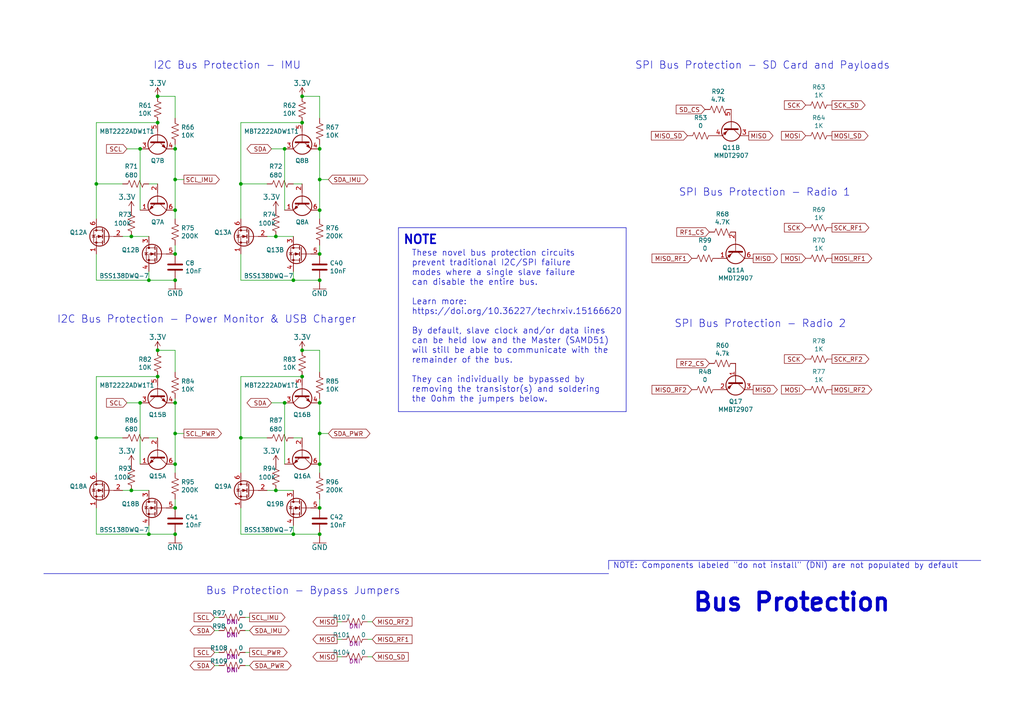
<source format=kicad_sch>
(kicad_sch (version 20230121) (generator eeschema)

  (uuid 8b8d1039-c308-44a7-b25c-b814659b3914)

  (paper "A4")

  (title_block
    (title "PyCubed Mainboard")
    (date "2021-06-09")
    (rev "v05c")
    (company "Max Holliday")
  )

  (lib_symbols
    (symbol "Device:C" (pin_numbers hide) (pin_names (offset 0.254)) (in_bom yes) (on_board yes)
      (property "Reference" "C" (at 0.635 2.54 0)
        (effects (font (size 1.27 1.27)) (justify left))
      )
      (property "Value" "C" (at 0.635 -2.54 0)
        (effects (font (size 1.27 1.27)) (justify left))
      )
      (property "Footprint" "" (at 0.9652 -3.81 0)
        (effects (font (size 1.27 1.27)) hide)
      )
      (property "Datasheet" "~" (at 0 0 0)
        (effects (font (size 1.27 1.27)) hide)
      )
      (property "ki_keywords" "cap capacitor" (at 0 0 0)
        (effects (font (size 1.27 1.27)) hide)
      )
      (property "ki_description" "Unpolarized capacitor" (at 0 0 0)
        (effects (font (size 1.27 1.27)) hide)
      )
      (property "ki_fp_filters" "C_*" (at 0 0 0)
        (effects (font (size 1.27 1.27)) hide)
      )
      (symbol "C_0_1"
        (polyline
          (pts
            (xy -2.032 -0.762)
            (xy 2.032 -0.762)
          )
          (stroke (width 0.508) (type default))
          (fill (type none))
        )
        (polyline
          (pts
            (xy -2.032 0.762)
            (xy 2.032 0.762)
          )
          (stroke (width 0.508) (type default))
          (fill (type none))
        )
      )
      (symbol "C_1_1"
        (pin passive line (at 0 3.81 270) (length 2.794)
          (name "~" (effects (font (size 1.27 1.27))))
          (number "1" (effects (font (size 1.27 1.27))))
        )
        (pin passive line (at 0 -3.81 90) (length 2.794)
          (name "~" (effects (font (size 1.27 1.27))))
          (number "2" (effects (font (size 1.27 1.27))))
        )
      )
    )
    (symbol "Device:R_US" (pin_numbers hide) (pin_names (offset 0)) (in_bom yes) (on_board yes)
      (property "Reference" "R" (at 2.54 0 90)
        (effects (font (size 1.27 1.27)))
      )
      (property "Value" "R_US" (at -2.54 0 90)
        (effects (font (size 1.27 1.27)))
      )
      (property "Footprint" "" (at 1.016 -0.254 90)
        (effects (font (size 1.27 1.27)) hide)
      )
      (property "Datasheet" "~" (at 0 0 0)
        (effects (font (size 1.27 1.27)) hide)
      )
      (property "ki_keywords" "R res resistor" (at 0 0 0)
        (effects (font (size 1.27 1.27)) hide)
      )
      (property "ki_description" "Resistor, US symbol" (at 0 0 0)
        (effects (font (size 1.27 1.27)) hide)
      )
      (property "ki_fp_filters" "R_*" (at 0 0 0)
        (effects (font (size 1.27 1.27)) hide)
      )
      (symbol "R_US_0_1"
        (polyline
          (pts
            (xy 0 -2.286)
            (xy 0 -2.54)
          )
          (stroke (width 0) (type default))
          (fill (type none))
        )
        (polyline
          (pts
            (xy 0 2.286)
            (xy 0 2.54)
          )
          (stroke (width 0) (type default))
          (fill (type none))
        )
        (polyline
          (pts
            (xy 0 -0.762)
            (xy 1.016 -1.143)
            (xy 0 -1.524)
            (xy -1.016 -1.905)
            (xy 0 -2.286)
          )
          (stroke (width 0) (type default))
          (fill (type none))
        )
        (polyline
          (pts
            (xy 0 0.762)
            (xy 1.016 0.381)
            (xy 0 0)
            (xy -1.016 -0.381)
            (xy 0 -0.762)
          )
          (stroke (width 0) (type default))
          (fill (type none))
        )
        (polyline
          (pts
            (xy 0 2.286)
            (xy 1.016 1.905)
            (xy 0 1.524)
            (xy -1.016 1.143)
            (xy 0 0.762)
          )
          (stroke (width 0) (type default))
          (fill (type none))
        )
      )
      (symbol "R_US_1_1"
        (pin passive line (at 0 3.81 270) (length 1.27)
          (name "~" (effects (font (size 1.27 1.27))))
          (number "1" (effects (font (size 1.27 1.27))))
        )
        (pin passive line (at 0 -3.81 90) (length 1.27)
          (name "~" (effects (font (size 1.27 1.27))))
          (number "2" (effects (font (size 1.27 1.27))))
        )
      )
    )
    (symbol "Transistor_BJT:MBT2222ADW1T1" (pin_names (offset 0) hide) (in_bom yes) (on_board yes)
      (property "Reference" "Q" (at 5.08 1.27 0)
        (effects (font (size 1.27 1.27)) (justify left))
      )
      (property "Value" "MBT2222ADW1T1" (at 5.08 -1.27 0)
        (effects (font (size 1.27 1.27)) (justify left))
      )
      (property "Footprint" "Package_TO_SOT_SMD:SOT-363_SC-70-6" (at 5.08 2.54 0)
        (effects (font (size 1.27 1.27)) hide)
      )
      (property "Datasheet" "http://www.onsemi.com/pub_link/Collateral/MBT2222ADW1T1-D.PDF" (at 0 0 0)
        (effects (font (size 1.27 1.27)) hide)
      )
      (property "ki_locked" "" (at 0 0 0)
        (effects (font (size 1.27 1.27)))
      )
      (property "ki_keywords" "NPN/NPN Transistor" (at 0 0 0)
        (effects (font (size 1.27 1.27)) hide)
      )
      (property "ki_description" "600mA IC, 40V Vce, Dual NPN/NPN Transistors, SOT-363" (at 0 0 0)
        (effects (font (size 1.27 1.27)) hide)
      )
      (property "ki_fp_filters" "SOT?363*" (at 0 0 0)
        (effects (font (size 1.27 1.27)) hide)
      )
      (symbol "MBT2222ADW1T1_0_1"
        (polyline
          (pts
            (xy 0.635 0)
            (xy -2.54 0)
          )
          (stroke (width 0) (type default))
          (fill (type none))
        )
        (polyline
          (pts
            (xy 0.635 0.635)
            (xy 2.54 2.54)
          )
          (stroke (width 0) (type default))
          (fill (type none))
        )
        (polyline
          (pts
            (xy 0.635 -0.635)
            (xy 2.54 -2.54)
            (xy 2.54 -2.54)
          )
          (stroke (width 0) (type default))
          (fill (type none))
        )
        (polyline
          (pts
            (xy 0.635 1.905)
            (xy 0.635 -1.905)
            (xy 0.635 -1.905)
          )
          (stroke (width 0.508) (type default))
          (fill (type none))
        )
        (polyline
          (pts
            (xy 1.27 -1.778)
            (xy 1.778 -1.27)
            (xy 2.286 -2.286)
            (xy 1.27 -1.778)
            (xy 1.27 -1.778)
          )
          (stroke (width 0) (type default))
          (fill (type outline))
        )
        (circle (center 1.27 0) (radius 2.8194)
          (stroke (width 0.254) (type default))
          (fill (type none))
        )
      )
      (symbol "MBT2222ADW1T1_1_1"
        (pin passive line (at 2.54 -5.08 90) (length 2.54)
          (name "E1" (effects (font (size 1.27 1.27))))
          (number "1" (effects (font (size 1.27 1.27))))
        )
        (pin input line (at -5.08 0 0) (length 2.54)
          (name "B1" (effects (font (size 1.27 1.27))))
          (number "2" (effects (font (size 1.27 1.27))))
        )
        (pin passive line (at 2.54 5.08 270) (length 2.54)
          (name "C1" (effects (font (size 1.27 1.27))))
          (number "6" (effects (font (size 1.27 1.27))))
        )
      )
      (symbol "MBT2222ADW1T1_2_1"
        (pin passive line (at 2.54 5.08 270) (length 2.54)
          (name "C2" (effects (font (size 1.27 1.27))))
          (number "3" (effects (font (size 1.27 1.27))))
        )
        (pin passive line (at 2.54 -5.08 90) (length 2.54)
          (name "E2" (effects (font (size 1.27 1.27))))
          (number "4" (effects (font (size 1.27 1.27))))
        )
        (pin input line (at -5.08 0 0) (length 2.54)
          (name "B2" (effects (font (size 1.27 1.27))))
          (number "5" (effects (font (size 1.27 1.27))))
        )
      )
    )
    (symbol "mainboard:3.3V" (power) (pin_names (offset 1.016)) (in_bom yes) (on_board yes)
      (property "Reference" "#P+" (at 0 0 0)
        (effects (font (size 1.27 1.27)) hide)
      )
      (property "Value" "3.3V" (at -1.016 3.556 0)
        (effects (font (size 1.4986 1.4986)) (justify left bottom))
      )
      (property "Footprint" "" (at 0 0 0)
        (effects (font (size 1.27 1.27)) hide)
      )
      (property "Datasheet" "" (at 0 0 0)
        (effects (font (size 1.27 1.27)) hide)
      )
      (property "ki_locked" "" (at 0 0 0)
        (effects (font (size 1.27 1.27)))
      )
      (symbol "3.3V_1_0"
        (polyline
          (pts
            (xy 0 2.54)
            (xy -0.762 1.27)
          )
          (stroke (width 0) (type solid))
          (fill (type none))
        )
        (polyline
          (pts
            (xy 0.762 1.27)
            (xy 0 2.54)
          )
          (stroke (width 0) (type solid))
          (fill (type none))
        )
        (pin power_in line (at 0 0 90) (length 2.54)
          (name "3.3V" (effects (font (size 0 0))))
          (number "1" (effects (font (size 0 0))))
        )
      )
    )
    (symbol "mainboard:BSS138DWQ-7" (pin_names (offset 0.762) hide) (in_bom yes) (on_board yes)
      (property "Reference" "Q" (at -2.54 5.08 0)
        (effects (font (size 1.27 1.27)) (justify left))
      )
      (property "Value" "BSS138DWQ-7" (at 3.81 6.35 0)
        (effects (font (size 1.27 1.27)) (justify left))
      )
      (property "Footprint" "custom-footprints:BSS138DWQ-7" (at 3.81 3.81 0)
        (effects (font (size 1.27 1.27)) (justify left) hide)
      )
      (property "Datasheet" "https://www.diodes.com/assets/Datasheets/BSS138DWQ.pdf" (at 19.05 0 0)
        (effects (font (size 1.27 1.27)) (justify left) hide)
      )
      (property "Description" "MOSFET BSS Family" (at 3.81 -1.27 0)
        (effects (font (size 1.27 1.27)) (justify left) hide)
      )
      (property "Height" "1.1" (at 3.81 -3.81 0)
        (effects (font (size 1.27 1.27)) (justify left) hide)
      )
      (property "Manufacturer_Name" "Diodes Inc." (at 3.81 -6.35 0)
        (effects (font (size 1.27 1.27)) (justify left) hide)
      )
      (property "Manufacturer_Part_Number" "BSS138DWQ-7" (at 3.81 -8.89 0)
        (effects (font (size 1.27 1.27)) (justify left) hide)
      )
      (property "Mouser Part Number" "621-BSS138DWQ-7" (at 3.81 -11.43 0)
        (effects (font (size 1.27 1.27)) (justify left) hide)
      )
      (property "Mouser Price/Stock" "https://www.mouser.co.uk/ProductDetail/Diodes-Incorporated/BSS138DWQ-7?qs=nJRy1mI8RR9wz3YdMQOQIA%3D%3D" (at 3.81 -13.97 0)
        (effects (font (size 1.27 1.27)) (justify left) hide)
      )
      (property "ki_locked" "" (at 0 0 0)
        (effects (font (size 1.27 1.27)))
      )
      (symbol "BSS138DWQ-7_1_1"
        (polyline
          (pts
            (xy -1.016 0)
            (xy -3.81 0)
          )
          (stroke (width 0) (type solid))
          (fill (type none))
        )
        (polyline
          (pts
            (xy -1.016 1.905)
            (xy -1.016 -1.905)
          )
          (stroke (width 0.254) (type solid))
          (fill (type none))
        )
        (polyline
          (pts
            (xy -0.508 -1.27)
            (xy -0.508 -2.286)
          )
          (stroke (width 0.254) (type solid))
          (fill (type none))
        )
        (polyline
          (pts
            (xy -0.508 0.508)
            (xy -0.508 -0.508)
          )
          (stroke (width 0.254) (type solid))
          (fill (type none))
        )
        (polyline
          (pts
            (xy -0.508 2.286)
            (xy -0.508 1.27)
          )
          (stroke (width 0.254) (type solid))
          (fill (type none))
        )
        (polyline
          (pts
            (xy 1.27 2.54)
            (xy 1.27 1.778)
          )
          (stroke (width 0) (type solid))
          (fill (type none))
        )
        (polyline
          (pts
            (xy 1.27 -2.54)
            (xy 1.27 0)
            (xy -0.508 0)
          )
          (stroke (width 0) (type solid))
          (fill (type none))
        )
        (polyline
          (pts
            (xy -0.508 -1.778)
            (xy 2.032 -1.778)
            (xy 2.032 1.778)
            (xy -0.508 1.778)
          )
          (stroke (width 0) (type solid))
          (fill (type none))
        )
        (polyline
          (pts
            (xy -0.254 0)
            (xy 0.762 0.381)
            (xy 0.762 -0.381)
            (xy -0.254 0)
          )
          (stroke (width 0) (type solid))
          (fill (type outline))
        )
        (polyline
          (pts
            (xy 1.524 0.508)
            (xy 1.651 0.381)
            (xy 2.413 0.381)
            (xy 2.54 0.254)
          )
          (stroke (width 0) (type solid))
          (fill (type none))
        )
        (polyline
          (pts
            (xy 2.032 0.381)
            (xy 1.651 -0.254)
            (xy 2.413 -0.254)
            (xy 2.032 0.381)
          )
          (stroke (width 0) (type solid))
          (fill (type none))
        )
        (circle (center 0.381 0) (radius 2.794)
          (stroke (width 0.254) (type solid))
          (fill (type none))
        )
        (circle (center 1.27 -1.778) (radius 0.254)
          (stroke (width 0) (type solid))
          (fill (type outline))
        )
        (circle (center 1.27 1.778) (radius 0.254)
          (stroke (width 0) (type solid))
          (fill (type outline))
        )
        (pin passive line (at 1.27 -5.08 90) (length 2.54)
          (name "S2" (effects (font (size 1.27 1.27))))
          (number "1" (effects (font (size 1.27 1.27))))
        )
        (pin input line (at -6.35 0 0) (length 2.54)
          (name "G2" (effects (font (size 1.27 1.27))))
          (number "2" (effects (font (size 1.27 1.27))))
        )
        (pin passive line (at 1.27 5.08 270) (length 2.54)
          (name "D1" (effects (font (size 1.27 1.27))))
          (number "6" (effects (font (size 1.27 1.27))))
        )
      )
      (symbol "BSS138DWQ-7_2_1"
        (polyline
          (pts
            (xy -1.016 0)
            (xy -3.81 0)
          )
          (stroke (width 0) (type solid))
          (fill (type none))
        )
        (polyline
          (pts
            (xy -1.016 1.905)
            (xy -1.016 -1.905)
          )
          (stroke (width 0.254) (type solid))
          (fill (type none))
        )
        (polyline
          (pts
            (xy -0.508 -1.27)
            (xy -0.508 -2.286)
          )
          (stroke (width 0.254) (type solid))
          (fill (type none))
        )
        (polyline
          (pts
            (xy -0.508 0.508)
            (xy -0.508 -0.508)
          )
          (stroke (width 0.254) (type solid))
          (fill (type none))
        )
        (polyline
          (pts
            (xy -0.508 2.286)
            (xy -0.508 1.27)
          )
          (stroke (width 0.254) (type solid))
          (fill (type none))
        )
        (polyline
          (pts
            (xy 1.27 2.54)
            (xy 1.27 1.778)
          )
          (stroke (width 0) (type solid))
          (fill (type none))
        )
        (polyline
          (pts
            (xy 1.27 -2.54)
            (xy 1.27 0)
            (xy -0.508 0)
          )
          (stroke (width 0) (type solid))
          (fill (type none))
        )
        (polyline
          (pts
            (xy -0.508 -1.778)
            (xy 2.032 -1.778)
            (xy 2.032 1.778)
            (xy -0.508 1.778)
          )
          (stroke (width 0) (type solid))
          (fill (type none))
        )
        (polyline
          (pts
            (xy -0.254 0)
            (xy 0.762 0.381)
            (xy 0.762 -0.381)
            (xy -0.254 0)
          )
          (stroke (width 0) (type solid))
          (fill (type outline))
        )
        (polyline
          (pts
            (xy 1.524 0.508)
            (xy 1.651 0.381)
            (xy 2.413 0.381)
            (xy 2.54 0.254)
          )
          (stroke (width 0) (type solid))
          (fill (type none))
        )
        (polyline
          (pts
            (xy 2.032 0.381)
            (xy 1.651 -0.254)
            (xy 2.413 -0.254)
            (xy 2.032 0.381)
          )
          (stroke (width 0) (type solid))
          (fill (type none))
        )
        (circle (center 0.381 0) (radius 2.794)
          (stroke (width 0.254) (type solid))
          (fill (type none))
        )
        (circle (center 1.27 -1.778) (radius 0.254)
          (stroke (width 0) (type solid))
          (fill (type outline))
        )
        (circle (center 1.27 1.778) (radius 0.254)
          (stroke (width 0) (type solid))
          (fill (type outline))
        )
        (pin passive line (at 1.27 5.08 270) (length 2.54)
          (name "D2" (effects (font (size 1.27 1.27))))
          (number "3" (effects (font (size 1.27 1.27))))
        )
        (pin passive line (at 1.27 -5.08 90) (length 2.54)
          (name "S1" (effects (font (size 1.27 1.27))))
          (number "4" (effects (font (size 1.27 1.27))))
        )
        (pin input line (at -6.35 0 0) (length 2.54)
          (name "G1" (effects (font (size 1.27 1.27))))
          (number "5" (effects (font (size 1.27 1.27))))
        )
      )
    )
    (symbol "mainboard:GND" (power) (pin_names (offset 1.016)) (in_bom yes) (on_board yes)
      (property "Reference" "#GND" (at 0 0 0)
        (effects (font (size 1.27 1.27)) hide)
      )
      (property "Value" "GND" (at -2.54 -2.54 0)
        (effects (font (size 1.4986 1.4986)) (justify left bottom))
      )
      (property "Footprint" "" (at 0 0 0)
        (effects (font (size 1.27 1.27)) hide)
      )
      (property "Datasheet" "" (at 0 0 0)
        (effects (font (size 1.27 1.27)) hide)
      )
      (property "ki_locked" "" (at 0 0 0)
        (effects (font (size 1.27 1.27)))
      )
      (symbol "GND_1_0"
        (polyline
          (pts
            (xy -1.905 0)
            (xy 1.905 0)
          )
          (stroke (width 0) (type solid))
          (fill (type none))
        )
        (pin power_in line (at 0 2.54 270) (length 2.54)
          (name "GND" (effects (font (size 0 0))))
          (number "1" (effects (font (size 0 0))))
        )
      )
    )
    (symbol "mainboard:MMBT2907" (pin_names (offset 0) hide) (in_bom yes) (on_board yes)
      (property "Reference" "Q" (at 5.08 1.905 0)
        (effects (font (size 1.27 1.27)) (justify left))
      )
      (property "Value" "MMBT2907" (at 5.08 0 0)
        (effects (font (size 1.27 1.27)) (justify left))
      )
      (property "Footprint" "Package_TO_SOT_SMD:SOT-23" (at 5.08 -1.905 0)
        (effects (font (size 1.27 1.27) italic) (justify left) hide)
      )
      (property "Datasheet" "https://www.diodes.com/assets/Datasheets/ds30040.pdf" (at 0 0 0)
        (effects (font (size 1.27 1.27)) (justify left) hide)
      )
      (property "ki_keywords" "PNP Transistor" (at 0 0 0)
        (effects (font (size 1.27 1.27)) hide)
      )
      (property "ki_description" "0.8A Ic, 45V Vce, PNP Transistor, SOT-23" (at 0 0 0)
        (effects (font (size 1.27 1.27)) hide)
      )
      (property "ki_fp_filters" "SOT?23*" (at 0 0 0)
        (effects (font (size 1.27 1.27)) hide)
      )
      (symbol "MMBT2907_0_1"
        (polyline
          (pts
            (xy 0.635 0.635)
            (xy 2.54 2.54)
          )
          (stroke (width 0) (type solid))
          (fill (type none))
        )
        (polyline
          (pts
            (xy 0.635 -0.635)
            (xy 2.54 -2.54)
            (xy 2.54 -2.54)
          )
          (stroke (width 0) (type solid))
          (fill (type none))
        )
        (polyline
          (pts
            (xy 0.635 1.905)
            (xy 0.635 -1.905)
            (xy 0.635 -1.905)
          )
          (stroke (width 0.508) (type solid))
          (fill (type none))
        )
        (polyline
          (pts
            (xy 2.286 -1.778)
            (xy 1.778 -2.286)
            (xy 1.27 -1.27)
            (xy 2.286 -1.778)
            (xy 2.286 -1.778)
          )
          (stroke (width 0) (type solid))
          (fill (type outline))
        )
        (circle (center 1.27 0) (radius 2.8194)
          (stroke (width 0.254) (type solid))
          (fill (type none))
        )
      )
      (symbol "MMBT2907_1_1"
        (pin input line (at -5.08 0 0) (length 5.715)
          (name "B" (effects (font (size 1.27 1.27))))
          (number "1" (effects (font (size 1.27 1.27))))
        )
        (pin passive line (at 2.54 -5.08 90) (length 2.54)
          (name "E" (effects (font (size 1.27 1.27))))
          (number "2" (effects (font (size 1.27 1.27))))
        )
        (pin passive line (at 2.54 5.08 270) (length 2.54)
          (name "C" (effects (font (size 1.27 1.27))))
          (number "3" (effects (font (size 1.27 1.27))))
        )
      )
    )
    (symbol "mainboard:MMDT2907" (pin_names (offset 0) hide) (in_bom yes) (on_board yes)
      (property "Reference" "Q" (at 5.08 1.27 0)
        (effects (font (size 1.27 1.27)) (justify left))
      )
      (property "Value" "MMDT2907" (at 5.08 -1.27 0)
        (effects (font (size 1.27 1.27)) (justify left))
      )
      (property "Footprint" "Package_TO_SOT_SMD:SOT-363_SC-70-6" (at 5.08 2.54 0)
        (effects (font (size 1.27 1.27)) hide)
      )
      (property "Datasheet" "https://www.diodes.com/assets/Datasheets/MMDT2907AQ.pdf" (at 0 0 0)
        (effects (font (size 1.27 1.27)) hide)
      )
      (property "ki_locked" "" (at 0 0 0)
        (effects (font (size 1.27 1.27)))
      )
      (property "ki_keywords" "PNP/PNP Transistor" (at 0 0 0)
        (effects (font (size 1.27 1.27)) hide)
      )
      (property "ki_description" "600mA IC, 60V Vce, Dual PNP/PNP Transistors, SOT-363" (at 0 0 0)
        (effects (font (size 1.27 1.27)) hide)
      )
      (property "ki_fp_filters" "SOT?363*" (at 0 0 0)
        (effects (font (size 1.27 1.27)) hide)
      )
      (symbol "MMDT2907_0_1"
        (polyline
          (pts
            (xy 0.635 0)
            (xy -2.54 0)
          )
          (stroke (width 0) (type solid))
          (fill (type none))
        )
        (polyline
          (pts
            (xy 0.635 0.635)
            (xy 2.54 2.54)
          )
          (stroke (width 0) (type solid))
          (fill (type none))
        )
        (polyline
          (pts
            (xy 0.635 -0.635)
            (xy 2.54 -2.54)
            (xy 2.54 -2.54)
          )
          (stroke (width 0) (type solid))
          (fill (type none))
        )
        (polyline
          (pts
            (xy 0.635 1.905)
            (xy 0.635 -1.905)
            (xy 0.635 -1.905)
          )
          (stroke (width 0.508) (type solid))
          (fill (type none))
        )
        (polyline
          (pts
            (xy 2.286 -1.778)
            (xy 1.778 -2.286)
            (xy 1.27 -1.27)
            (xy 2.286 -1.778)
            (xy 2.286 -1.778)
          )
          (stroke (width 0) (type solid))
          (fill (type outline))
        )
        (circle (center 1.27 0) (radius 2.8194)
          (stroke (width 0.254) (type solid))
          (fill (type none))
        )
      )
      (symbol "MMDT2907_1_1"
        (pin passive line (at 2.54 -5.08 90) (length 2.54)
          (name "E1" (effects (font (size 1.27 1.27))))
          (number "1" (effects (font (size 1.27 1.27))))
        )
        (pin input line (at -5.08 0 0) (length 2.54)
          (name "B1" (effects (font (size 1.27 1.27))))
          (number "2" (effects (font (size 1.27 1.27))))
        )
        (pin passive line (at 2.54 5.08 270) (length 2.54)
          (name "C1" (effects (font (size 1.27 1.27))))
          (number "6" (effects (font (size 1.27 1.27))))
        )
      )
      (symbol "MMDT2907_2_1"
        (pin passive line (at 2.54 5.08 270) (length 2.54)
          (name "C2" (effects (font (size 1.27 1.27))))
          (number "3" (effects (font (size 1.27 1.27))))
        )
        (pin passive line (at 2.54 -5.08 90) (length 2.54)
          (name "E2" (effects (font (size 1.27 1.27))))
          (number "4" (effects (font (size 1.27 1.27))))
        )
        (pin input line (at -5.08 0 0) (length 2.54)
          (name "B2" (effects (font (size 1.27 1.27))))
          (number "5" (effects (font (size 1.27 1.27))))
        )
      )
    )
  )

  (junction (at 92.71 116.84) (diameter 0) (color 0 0 0 0)
    (uuid 03b810db-8dff-43d9-a01b-b417c3a71f68)
  )
  (junction (at 92.71 73.66) (diameter 0) (color 0 0 0 0)
    (uuid 05e1eae3-89d7-4f3d-91dc-79a461ac80e4)
  )
  (junction (at 50.8 43.18) (diameter 0) (color 0 0 0 0)
    (uuid 06140a50-a27b-4b21-b336-adb894de9257)
  )
  (junction (at 50.8 73.66) (diameter 0) (color 0 0 0 0)
    (uuid 093cb8ea-21a1-48e6-aaa2-da4c1074140b)
  )
  (junction (at 80.01 142.24) (diameter 0) (color 0 0 0 0)
    (uuid 10f7fdf7-c0c4-456e-9b30-579815dc9ff8)
  )
  (junction (at 82.55 43.18) (diameter 0) (color 0 0 0 0)
    (uuid 20da9499-9d16-466f-8be6-51da512a345d)
  )
  (junction (at 92.71 43.18) (diameter 0) (color 0 0 0 0)
    (uuid 26a23112-8664-4e54-b2e6-4e9ea8160941)
  )
  (junction (at 85.09 81.28) (diameter 0) (color 0 0 0 0)
    (uuid 36561934-ed83-40aa-8135-05a2b0630d70)
  )
  (junction (at 85.09 154.94) (diameter 0) (color 0 0 0 0)
    (uuid 39628c84-5532-4a97-a0df-4b0164ae4560)
  )
  (junction (at 87.63 109.22) (diameter 0) (color 0 0 0 0)
    (uuid 41ec859d-5d4f-47ed-92ee-8d44c32ad5a6)
  )
  (junction (at 82.55 116.84) (diameter 0) (color 0 0 0 0)
    (uuid 4be1c427-5799-4c70-82bf-9c798ce74ad3)
  )
  (junction (at 40.64 116.84) (diameter 0) (color 0 0 0 0)
    (uuid 4d2abc5a-418f-4d79-b237-dea516a14f82)
  )
  (junction (at 92.71 81.28) (diameter 0) (color 0 0 0 0)
    (uuid 508cf808-f1fa-4401-8484-932822f3f354)
  )
  (junction (at 87.63 35.56) (diameter 0) (color 0 0 0 0)
    (uuid 54749174-27dd-4e3a-b431-0d3d15569f5c)
  )
  (junction (at 27.94 127) (diameter 0) (color 0 0 0 0)
    (uuid 5743b163-ac54-4c59-b18c-5b50d4dd93df)
  )
  (junction (at 92.71 154.94) (diameter 0) (color 0 0 0 0)
    (uuid 5a5a8bea-9434-4f6e-b2cf-3467e6978724)
  )
  (junction (at 92.71 125.73) (diameter 0) (color 0 0 0 0)
    (uuid 5b2e59b2-b043-4ff1-83b1-0d8e4525fd90)
  )
  (junction (at 69.85 127) (diameter 0) (color 0 0 0 0)
    (uuid 685176b8-7907-4302-bf1f-07688388b88b)
  )
  (junction (at 45.72 101.6) (diameter 0) (color 0 0 0 0)
    (uuid 6b819bb8-5366-4c61-84f6-561c67eb9fe3)
  )
  (junction (at 92.71 147.32) (diameter 0) (color 0 0 0 0)
    (uuid 779a84b2-4fb9-42ad-af0b-510362096eeb)
  )
  (junction (at 92.71 52.07) (diameter 0) (color 0 0 0 0)
    (uuid 79f5a43f-6535-4847-85f3-5adee4a5cc67)
  )
  (junction (at 50.8 134.62) (diameter 0) (color 0 0 0 0)
    (uuid 7cfdd37f-8c20-46fd-a75e-0b1eee01fda2)
  )
  (junction (at 43.18 154.94) (diameter 0) (color 0 0 0 0)
    (uuid 81c17558-0ec5-4654-ae47-2ca74f9ae56d)
  )
  (junction (at 50.8 81.28) (diameter 0) (color 0 0 0 0)
    (uuid 832bc9a2-d459-4830-87e9-364dd09d2795)
  )
  (junction (at 45.72 27.94) (diameter 0) (color 0 0 0 0)
    (uuid 8809af4c-98b6-4230-b1de-e4897154f2e0)
  )
  (junction (at 38.1 68.58) (diameter 0) (color 0 0 0 0)
    (uuid 8a37eee1-35a6-4af9-88e4-6693f1d23c42)
  )
  (junction (at 27.94 53.34) (diameter 0) (color 0 0 0 0)
    (uuid 8b6383bd-74d3-4309-aaa9-0b4bf4277d6f)
  )
  (junction (at 38.1 142.24) (diameter 0) (color 0 0 0 0)
    (uuid 90470850-a783-4f87-8ef3-45be2402a4c2)
  )
  (junction (at 50.8 154.94) (diameter 0) (color 0 0 0 0)
    (uuid 9096f87b-c075-4c35-8aff-ccf68b22645c)
  )
  (junction (at 92.71 60.96) (diameter 0) (color 0 0 0 0)
    (uuid 90afd99f-0843-4e06-9b85-d1e38fe5a948)
  )
  (junction (at 50.8 147.32) (diameter 0) (color 0 0 0 0)
    (uuid 97da95b8-33e5-4c21-9a8f-ffe2bad97e01)
  )
  (junction (at 50.8 52.07) (diameter 0) (color 0 0 0 0)
    (uuid 9b11a8ff-8deb-4f03-882e-7004dc7ed3b2)
  )
  (junction (at 87.63 27.94) (diameter 0) (color 0 0 0 0)
    (uuid b0a75a40-36d2-43a2-852a-961fb9bc4f81)
  )
  (junction (at 40.64 43.18) (diameter 0) (color 0 0 0 0)
    (uuid b3f9b002-3d3d-4443-8d1e-1daeb68e3b98)
  )
  (junction (at 45.72 109.22) (diameter 0) (color 0 0 0 0)
    (uuid cac2713d-338c-4962-811f-9cb5a217efe6)
  )
  (junction (at 50.8 125.73) (diameter 0) (color 0 0 0 0)
    (uuid d01f5152-c29d-4659-91eb-858ecd81c06f)
  )
  (junction (at 69.85 53.34) (diameter 0) (color 0 0 0 0)
    (uuid e05c22cb-5309-4014-8ad7-5e3e3e229087)
  )
  (junction (at 50.8 116.84) (diameter 0) (color 0 0 0 0)
    (uuid e2600bd8-46fa-4cf1-ac2d-6a6a9b9d816c)
  )
  (junction (at 43.18 81.28) (diameter 0) (color 0 0 0 0)
    (uuid e855affa-5857-4784-85b7-2ad1e9f2f406)
  )
  (junction (at 45.72 35.56) (diameter 0) (color 0 0 0 0)
    (uuid e9400d55-0e5e-42e2-b319-1539a5a07ab7)
  )
  (junction (at 80.01 68.58) (diameter 0) (color 0 0 0 0)
    (uuid ed5d38bc-65d7-48ac-913b-8069a723edd6)
  )
  (junction (at 87.63 101.6) (diameter 0) (color 0 0 0 0)
    (uuid f0816a04-5b9f-422c-8dab-b45ff4e9f543)
  )
  (junction (at 92.71 134.62) (diameter 0) (color 0 0 0 0)
    (uuid fe8c8d87-4d1f-496f-971d-3f99a0016af7)
  )
  (junction (at 50.8 60.96) (diameter 0) (color 0 0 0 0)
    (uuid ff29feaf-1f13-45cf-ab81-b7988f6dfac7)
  )

  (wire (pts (xy 50.8 71.12) (xy 50.8 73.66))
    (stroke (width 0) (type default))
    (uuid 01322e62-6dd2-4c6b-b63e-ee0b43412cb2)
  )
  (wire (pts (xy 92.71 107.95) (xy 92.71 101.6))
    (stroke (width 0) (type default))
    (uuid 016c1083-b852-47d7-a288-b9abd40a9109)
  )
  (wire (pts (xy 92.71 125.73) (xy 92.71 116.84))
    (stroke (width 0) (type default))
    (uuid 058cf1ec-e605-4935-8a26-72e797861c3d)
  )
  (wire (pts (xy 43.18 81.28) (xy 50.8 81.28))
    (stroke (width 0) (type default))
    (uuid 06a236be-bfb6-4d8a-8017-eba0320c5e70)
  )
  (wire (pts (xy 50.8 41.91) (xy 50.8 43.18))
    (stroke (width 0) (type default))
    (uuid 08ee802b-8478-4580-9100-c2564e199aa1)
  )
  (wire (pts (xy 92.71 60.96) (xy 92.71 52.07))
    (stroke (width 0) (type default))
    (uuid 09c53af7-5e03-453d-aa01-0b70f1fef699)
  )
  (wire (pts (xy 69.85 127) (xy 77.47 127))
    (stroke (width 0) (type default))
    (uuid 0a541fb8-bcbe-4d68-a327-46dcc3364552)
  )
  (wire (pts (xy 69.85 109.22) (xy 87.63 109.22))
    (stroke (width 0) (type default))
    (uuid 0a7b3bdd-ad11-4e96-857a-14d38dc12021)
  )
  (wire (pts (xy 92.71 115.57) (xy 92.71 116.84))
    (stroke (width 0) (type default))
    (uuid 0aab8bb3-c2e0-4e49-9ccf-4a8db4c1a9d0)
  )
  (wire (pts (xy 95.25 125.73) (xy 92.71 125.73))
    (stroke (width 0) (type default))
    (uuid 170e1e5e-7b4f-4a86-a224-8ca2838f1969)
  )
  (polyline (pts (xy 176.53 165.1) (xy 176.53 162.56))
    (stroke (width 0) (type default))
    (uuid 17b530f6-4c0e-44be-b8bb-a5cfa7f65d2d)
  )

  (wire (pts (xy 87.63 127) (xy 85.09 127))
    (stroke (width 0) (type default))
    (uuid 1cd2ec0b-7ced-4596-950e-60418fe2ff97)
  )
  (wire (pts (xy 97.79 190.5) (xy 99.06 190.5))
    (stroke (width 0) (type default))
    (uuid 22c7b82d-30ff-445c-a818-770326f1ce1f)
  )
  (wire (pts (xy 43.18 68.58) (xy 38.1 68.58))
    (stroke (width 0) (type default))
    (uuid 281fddd9-cdd6-4429-9843-4d8b9ffa805a)
  )
  (wire (pts (xy 72.39 182.88) (xy 71.12 182.88))
    (stroke (width 0) (type default))
    (uuid 2b737292-078c-4ed7-a074-ed9f67202521)
  )
  (wire (pts (xy 107.95 180.34) (xy 106.68 180.34))
    (stroke (width 0) (type default))
    (uuid 2dc3017b-2b22-47c5-b6a5-9e2cc3b7db49)
  )
  (wire (pts (xy 50.8 101.6) (xy 45.72 101.6))
    (stroke (width 0) (type default))
    (uuid 2ea77d47-ab29-430a-9f85-61be45320f87)
  )
  (wire (pts (xy 82.55 43.18) (xy 82.55 60.96))
    (stroke (width 0) (type default))
    (uuid 322aa9ad-436e-412c-bbc5-911037b92b69)
  )
  (wire (pts (xy 92.71 52.07) (xy 92.71 43.18))
    (stroke (width 0) (type default))
    (uuid 352601ea-f13b-4512-9a34-d71175f187a4)
  )
  (wire (pts (xy 50.8 60.96) (xy 50.8 52.07))
    (stroke (width 0) (type default))
    (uuid 3b5eb6d9-343e-420b-98a9-1255711cce8b)
  )
  (wire (pts (xy 45.72 53.34) (xy 43.18 53.34))
    (stroke (width 0) (type default))
    (uuid 44b1e724-95b4-40b2-bfd6-ff0bf2982cd9)
  )
  (wire (pts (xy 27.94 137.16) (xy 27.94 127))
    (stroke (width 0) (type default))
    (uuid 4ce92f34-b039-42bc-bea8-78c69f20b942)
  )
  (polyline (pts (xy 181.61 66.04) (xy 115.57 66.04))
    (stroke (width 0) (type default))
    (uuid 4d393955-5e1f-4a0b-81ca-a882a9cf6463)
  )

  (wire (pts (xy 40.64 43.18) (xy 40.64 60.96))
    (stroke (width 0) (type default))
    (uuid 4d829766-8f8d-4fb6-bea7-872206182bf1)
  )
  (wire (pts (xy 38.1 142.24) (xy 35.56 142.24))
    (stroke (width 0) (type default))
    (uuid 58779f56-315f-4865-8730-52e0705ff9a3)
  )
  (wire (pts (xy 40.64 116.84) (xy 40.64 134.62))
    (stroke (width 0) (type default))
    (uuid 5beb1444-1b3e-4700-8ac5-28fc7eb2387e)
  )
  (wire (pts (xy 27.94 81.28) (xy 43.18 81.28))
    (stroke (width 0) (type default))
    (uuid 5fae03e5-7a32-46ee-ac7d-9276faa3a880)
  )
  (wire (pts (xy 53.34 52.07) (xy 50.8 52.07))
    (stroke (width 0) (type default))
    (uuid 61c954d4-c4e9-4c07-8984-79bbfedad42c)
  )
  (wire (pts (xy 80.01 142.24) (xy 77.47 142.24))
    (stroke (width 0) (type default))
    (uuid 629349fe-60fb-42f0-9a1a-4517508f0841)
  )
  (wire (pts (xy 50.8 144.78) (xy 50.8 147.32))
    (stroke (width 0) (type default))
    (uuid 63611e5c-df34-44cf-b9c3-e8e3eda1bbfb)
  )
  (wire (pts (xy 92.71 101.6) (xy 87.63 101.6))
    (stroke (width 0) (type default))
    (uuid 65950cb8-fb04-4bd9-bd67-9518ce9c1f0c)
  )
  (wire (pts (xy 43.18 78.74) (xy 43.18 81.28))
    (stroke (width 0) (type default))
    (uuid 663a7183-fe20-461a-bd14-33cda2380ea4)
  )
  (wire (pts (xy 72.39 179.07) (xy 71.12 179.07))
    (stroke (width 0) (type default))
    (uuid 6c0fd013-c4b7-46c9-adf5-58c0edfb27e5)
  )
  (wire (pts (xy 85.09 81.28) (xy 92.71 81.28))
    (stroke (width 0) (type default))
    (uuid 7271a431-02fa-4d60-ac80-a684d0f67f88)
  )
  (wire (pts (xy 69.85 147.32) (xy 69.85 154.94))
    (stroke (width 0) (type default))
    (uuid 75c6596c-231d-4c3f-8534-8d20456af6bb)
  )
  (wire (pts (xy 69.85 63.5) (xy 69.85 53.34))
    (stroke (width 0) (type default))
    (uuid 77ee9334-a98f-4d35-836d-f5a69729232c)
  )
  (wire (pts (xy 92.71 137.16) (xy 92.71 134.62))
    (stroke (width 0) (type default))
    (uuid 7d34fe08-aa92-4d58-a38e-dc8cafdb29fb)
  )
  (wire (pts (xy 85.09 68.58) (xy 80.01 68.58))
    (stroke (width 0) (type default))
    (uuid 7e0899f6-629b-4f95-9624-5db491740226)
  )
  (wire (pts (xy 92.71 134.62) (xy 92.71 125.73))
    (stroke (width 0) (type default))
    (uuid 82021e52-923b-4d0f-be11-eac35f6793e3)
  )
  (wire (pts (xy 50.8 137.16) (xy 50.8 134.62))
    (stroke (width 0) (type default))
    (uuid 85a04ac4-c560-4c5a-931b-8609b4528d4f)
  )
  (wire (pts (xy 69.85 73.66) (xy 69.85 81.28))
    (stroke (width 0) (type default))
    (uuid 87ef44a0-b8c4-4f96-ac80-8f29ef31a8b9)
  )
  (wire (pts (xy 97.79 185.42) (xy 99.06 185.42))
    (stroke (width 0) (type default))
    (uuid 890a5019-1487-4213-af3b-247f17fac2b3)
  )
  (wire (pts (xy 50.8 63.5) (xy 50.8 60.96))
    (stroke (width 0) (type default))
    (uuid 8e20f8ab-48ef-40b4-96d9-d4899806ac21)
  )
  (wire (pts (xy 45.72 127) (xy 43.18 127))
    (stroke (width 0) (type default))
    (uuid 901feacd-8256-4140-ab28-3aedaf27080f)
  )
  (wire (pts (xy 87.63 53.34) (xy 85.09 53.34))
    (stroke (width 0) (type default))
    (uuid 92961fc6-6698-45d8-92c7-3bd7fa415cec)
  )
  (wire (pts (xy 27.94 127) (xy 27.94 109.22))
    (stroke (width 0) (type default))
    (uuid 97cbeb77-2dd8-4bd1-9b13-c00350d0c407)
  )
  (wire (pts (xy 62.23 189.23) (xy 63.5 189.23))
    (stroke (width 0) (type default))
    (uuid 9859dffb-bf1a-45db-aea5-dc331f4ea3ba)
  )
  (wire (pts (xy 69.85 137.16) (xy 69.85 127))
    (stroke (width 0) (type default))
    (uuid 9ad8a818-b431-4c1e-a937-5619421b26f7)
  )
  (wire (pts (xy 69.85 127) (xy 69.85 109.22))
    (stroke (width 0) (type default))
    (uuid 9b40264f-1f48-42d3-8b17-a6268a61e2df)
  )
  (polyline (pts (xy 12.7 166.37) (xy 176.53 166.37))
    (stroke (width 0) (type default))
    (uuid 9bb7c47f-3673-46fb-bbe0-5ad27cfdd8d0)
  )

  (wire (pts (xy 92.71 41.91) (xy 92.71 43.18))
    (stroke (width 0) (type default))
    (uuid 9fb087ca-d873-4451-b4ab-ffd93203f7c5)
  )
  (wire (pts (xy 69.85 81.28) (xy 85.09 81.28))
    (stroke (width 0) (type default))
    (uuid 9fedd13c-66f5-41b0-96c8-56448ac502f1)
  )
  (wire (pts (xy 97.79 180.34) (xy 99.06 180.34))
    (stroke (width 0) (type default))
    (uuid a2ce36cb-724f-45bd-8370-edef6f381cfa)
  )
  (wire (pts (xy 27.94 127) (xy 35.56 127))
    (stroke (width 0) (type default))
    (uuid a6e5ef33-5e52-448b-a088-dec88476522e)
  )
  (wire (pts (xy 50.8 52.07) (xy 50.8 43.18))
    (stroke (width 0) (type default))
    (uuid a83b04a3-0ccc-48eb-a843-e874ad9c9b92)
  )
  (wire (pts (xy 27.94 154.94) (xy 43.18 154.94))
    (stroke (width 0) (type default))
    (uuid ab67a8d0-2a03-4869-96c9-ba51f196750e)
  )
  (wire (pts (xy 78.74 43.18) (xy 82.55 43.18))
    (stroke (width 0) (type default))
    (uuid abe90445-4023-4107-9fe0-5fdd4dd15986)
  )
  (wire (pts (xy 69.85 53.34) (xy 77.47 53.34))
    (stroke (width 0) (type default))
    (uuid ad8441b5-aecb-49b3-9071-b7faf5753e53)
  )
  (wire (pts (xy 50.8 27.94) (xy 45.72 27.94))
    (stroke (width 0) (type default))
    (uuid ae9c75b0-65e2-4e7a-864e-1c0a2f2e162a)
  )
  (wire (pts (xy 27.94 147.32) (xy 27.94 154.94))
    (stroke (width 0) (type default))
    (uuid b695b99f-47e5-456b-beec-ed731974183f)
  )
  (polyline (pts (xy 181.61 119.38) (xy 181.61 66.04))
    (stroke (width 0) (type default))
    (uuid b91b5284-4f4a-4bf1-93b6-d779e094c655)
  )

  (wire (pts (xy 95.25 52.07) (xy 92.71 52.07))
    (stroke (width 0) (type default))
    (uuid ba3d5a3a-5148-4c80-ae35-f69400787104)
  )
  (wire (pts (xy 92.71 27.94) (xy 87.63 27.94))
    (stroke (width 0) (type default))
    (uuid be822a35-4dfe-4804-ad3f-fda0583195e6)
  )
  (polyline (pts (xy 115.57 119.38) (xy 181.61 119.38))
    (stroke (width 0) (type default))
    (uuid bf3ab7bc-345d-4656-8f8c-84932b8990cb)
  )

  (wire (pts (xy 43.18 152.4) (xy 43.18 154.94))
    (stroke (width 0) (type default))
    (uuid c069914a-1c6a-4799-898a-ee1f58893da8)
  )
  (wire (pts (xy 72.39 193.04) (xy 71.12 193.04))
    (stroke (width 0) (type default))
    (uuid c121b118-c038-4977-a58a-a333584014b5)
  )
  (wire (pts (xy 69.85 53.34) (xy 69.85 35.56))
    (stroke (width 0) (type default))
    (uuid c4e13d8a-635b-49ff-8fe3-d558641fbd5b)
  )
  (wire (pts (xy 50.8 34.29) (xy 50.8 27.94))
    (stroke (width 0) (type default))
    (uuid c5b1f97f-98fc-4246-aac6-b8e248618bc3)
  )
  (wire (pts (xy 50.8 115.57) (xy 50.8 116.84))
    (stroke (width 0) (type default))
    (uuid c74fa029-07e0-4767-8c64-d43f5610602d)
  )
  (wire (pts (xy 72.39 189.23) (xy 71.12 189.23))
    (stroke (width 0) (type default))
    (uuid cb2c0476-503e-4c19-b75c-a6b11cfb4fa3)
  )
  (wire (pts (xy 92.71 144.78) (xy 92.71 147.32))
    (stroke (width 0) (type default))
    (uuid cba3ca34-edfc-4eb8-ab7e-fc2ab559fe1e)
  )
  (wire (pts (xy 85.09 154.94) (xy 92.71 154.94))
    (stroke (width 0) (type default))
    (uuid cc78fa57-5e33-4d69-b000-b0412a342751)
  )
  (wire (pts (xy 27.94 63.5) (xy 27.94 53.34))
    (stroke (width 0) (type default))
    (uuid ce4f8242-a2e2-4aaa-8a59-301b8e8ee373)
  )
  (wire (pts (xy 82.55 116.84) (xy 82.55 134.62))
    (stroke (width 0) (type default))
    (uuid ce93620a-c410-47bc-ad84-6efed705657c)
  )
  (wire (pts (xy 38.1 68.58) (xy 35.56 68.58))
    (stroke (width 0) (type default))
    (uuid cfa710d6-fa2f-48e4-880a-6c7fde9d1f31)
  )
  (wire (pts (xy 92.71 63.5) (xy 92.71 60.96))
    (stroke (width 0) (type default))
    (uuid d0676698-177e-4db2-88b6-fbf4635ed9cc)
  )
  (polyline (pts (xy 176.53 162.56) (xy 284.48 162.56))
    (stroke (width 0) (type default))
    (uuid d0803a07-bfb3-442d-a9b4-b68112132172)
  )

  (wire (pts (xy 62.23 179.07) (xy 63.5 179.07))
    (stroke (width 0) (type default))
    (uuid d2149341-bb25-49ed-86d1-2c67f4ea6bf0)
  )
  (wire (pts (xy 107.95 190.5) (xy 106.68 190.5))
    (stroke (width 0) (type default))
    (uuid d43516f2-8a28-4c1a-a12e-a58064761029)
  )
  (wire (pts (xy 85.09 78.74) (xy 85.09 81.28))
    (stroke (width 0) (type default))
    (uuid d45f04bf-45a0-4545-85e0-2b46c9faea42)
  )
  (wire (pts (xy 36.83 43.18) (xy 40.64 43.18))
    (stroke (width 0) (type default))
    (uuid d59328ba-4c8b-4229-a40d-4aa57460771a)
  )
  (wire (pts (xy 78.74 116.84) (xy 82.55 116.84))
    (stroke (width 0) (type default))
    (uuid d70582d5-32c4-4fd7-b06a-98b9101a48da)
  )
  (wire (pts (xy 43.18 142.24) (xy 38.1 142.24))
    (stroke (width 0) (type default))
    (uuid d7315eee-8971-48c8-830e-a35932383c71)
  )
  (wire (pts (xy 85.09 142.24) (xy 80.01 142.24))
    (stroke (width 0) (type default))
    (uuid d881cffc-35dd-4e87-a69f-460b040865d9)
  )
  (wire (pts (xy 27.94 53.34) (xy 35.56 53.34))
    (stroke (width 0) (type default))
    (uuid dafdb385-e6e1-4980-914a-628802377ecb)
  )
  (wire (pts (xy 27.94 73.66) (xy 27.94 81.28))
    (stroke (width 0) (type default))
    (uuid db8f66fb-7c44-46b5-b930-9e611282e295)
  )
  (polyline (pts (xy 115.57 66.04) (xy 115.57 119.38))
    (stroke (width 0) (type default))
    (uuid dd83a86e-31ef-43a0-a6e7-7440327a5bd0)
  )

  (wire (pts (xy 69.85 154.94) (xy 85.09 154.94))
    (stroke (width 0) (type default))
    (uuid e0d7e5cf-6bf0-4b71-b87a-8c6a24e9586a)
  )
  (wire (pts (xy 92.71 71.12) (xy 92.71 73.66))
    (stroke (width 0) (type default))
    (uuid e154486f-400a-44e3-bd10-df4e9c3d3233)
  )
  (wire (pts (xy 50.8 125.73) (xy 50.8 116.84))
    (stroke (width 0) (type default))
    (uuid e32ef7d7-5b00-414f-827d-85d4906848e2)
  )
  (wire (pts (xy 62.23 182.88) (xy 63.5 182.88))
    (stroke (width 0) (type default))
    (uuid e43707b1-866d-4824-9215-59fdee6731f9)
  )
  (wire (pts (xy 69.85 35.56) (xy 87.63 35.56))
    (stroke (width 0) (type default))
    (uuid eb0ae299-4c4d-4f25-a051-b067243e6a8c)
  )
  (wire (pts (xy 62.23 193.04) (xy 63.5 193.04))
    (stroke (width 0) (type default))
    (uuid ee12ddb5-a710-4c13-a8a3-50d5adff8f56)
  )
  (wire (pts (xy 92.71 34.29) (xy 92.71 27.94))
    (stroke (width 0) (type default))
    (uuid f07c8123-fb3c-45d3-a356-1545d7c91bdd)
  )
  (wire (pts (xy 50.8 107.95) (xy 50.8 101.6))
    (stroke (width 0) (type default))
    (uuid f0ceb9cc-378f-4524-82b0-46497d62a6d3)
  )
  (wire (pts (xy 80.01 68.58) (xy 77.47 68.58))
    (stroke (width 0) (type default))
    (uuid f17bda1c-4c1a-4302-878b-799e7f65853d)
  )
  (wire (pts (xy 43.18 154.94) (xy 50.8 154.94))
    (stroke (width 0) (type default))
    (uuid f211391e-e43c-47eb-8547-b428c1c3d996)
  )
  (wire (pts (xy 107.95 185.42) (xy 106.68 185.42))
    (stroke (width 0) (type default))
    (uuid f47ada94-7896-48a6-8145-69278a2f0015)
  )
  (wire (pts (xy 50.8 134.62) (xy 50.8 125.73))
    (stroke (width 0) (type default))
    (uuid f4f500ce-bc90-444a-be0c-244de677d8ba)
  )
  (wire (pts (xy 27.94 35.56) (xy 45.72 35.56))
    (stroke (width 0) (type default))
    (uuid f87dc2ca-9b60-493b-82ca-170650de09b8)
  )
  (wire (pts (xy 27.94 53.34) (xy 27.94 35.56))
    (stroke (width 0) (type default))
    (uuid fa7d76a4-f921-42c7-a45f-ed81feb4f1cc)
  )
  (wire (pts (xy 53.34 125.73) (xy 50.8 125.73))
    (stroke (width 0) (type default))
    (uuid fbf2a00f-1a66-44b8-a507-7eeb16e55206)
  )
  (wire (pts (xy 36.83 116.84) (xy 40.64 116.84))
    (stroke (width 0) (type default))
    (uuid fe6ac742-e28b-48ac-8b18-3e175eed8fcf)
  )
  (wire (pts (xy 85.09 152.4) (xy 85.09 154.94))
    (stroke (width 0) (type default))
    (uuid ff5ef156-5427-430e-8b9a-d58377d00a32)
  )
  (wire (pts (xy 27.94 109.22) (xy 45.72 109.22))
    (stroke (width 0) (type default))
    (uuid ff6e28a5-a6ed-42d6-8345-84ed0de32249)
  )

  (text "I2C Bus Protection - Power Monitor & USB Charger" (at 16.51 93.98 0)
    (effects (font (size 2.159 2.159)) (justify left bottom))
    (uuid 1005537c-fbca-40e5-9e5b-154b9c941841)
  )
  (text "NOTE" (at 116.84 71.12 0)
    (effects (font (size 2.54 2.54) (thickness 0.508) bold) (justify left bottom))
    (uuid 1a5d8ebc-be75-4838-9793-30b3e425f98d)
  )
  (text "NOTE: Components labeled \"do not install\" (DNI) are not populated by default"
    (at 177.8 165.1 0)
    (effects (font (size 1.651 1.651)) (justify left bottom))
    (uuid 2805f410-6947-443f-b197-896cafe39c9f)
  )
  (text "SPI Bus Protection - SD Card and Payloads" (at 184.15 20.32 0)
    (effects (font (size 2.159 2.159)) (justify left bottom))
    (uuid 2c8d84b8-9066-463f-b94f-740e903d4036)
  )
  (text "Bus Protection" (at 200.66 177.8 0)
    (effects (font (size 5.08 5.08) (thickness 1.016) bold) (justify left bottom))
    (uuid 34003c24-a0d3-4a2e-9628-5849b76519aa)
  )
  (text "Bus Protection - Bypass Jumpers" (at 59.69 172.72 0)
    (effects (font (size 2.159 2.159)) (justify left bottom))
    (uuid 9844b004-3ff3-4796-ab61-05cd6de92d28)
  )
  (text "I2C Bus Protection - IMU" (at 44.45 20.32 0)
    (effects (font (size 2.159 2.159)) (justify left bottom))
    (uuid b248d665-d676-486e-9894-7e793ffb3da2)
  )
  (text "SPI Bus Protection - Radio 1" (at 196.85 57.15 0)
    (effects (font (size 2.159 2.159)) (justify left bottom))
    (uuid c5f11ed9-68a2-4750-b0a0-c3df3bd02599)
  )
  (text "SPI Bus Protection - Radio 2" (at 195.58 95.25 0)
    (effects (font (size 2.159 2.159)) (justify left bottom))
    (uuid e21c14f8-2bbd-455d-8fde-e7e5a06db1a1)
  )
  (text "These novel bus protection circuits\nprevent traditional I2C/SPI failure \nmodes where a single slave failure\ncan disable the entire bus.\n\nLearn more: \nhttps://doi.org/10.36227/techrxiv.15166620\n\nBy default, slave clock and/or data lines \ncan be held low and the Master (SAMD51) \nwill still be able to communicate with the \nremainder of the bus.\n\nThey can individually be bypassed by \nremoving the transistor(s) and soldering\nthe 0ohm the jumpers below."
    (at 119.38 116.84 0)
    (effects (font (size 1.7526 1.7526)) (justify left bottom))
    (uuid f2a68cee-af08-4f9b-9078-d154b5af1667)
  )

  (global_label "MISO_SD" (shape input) (at 107.95 190.5 0)
    (effects (font (size 1.27 1.27)) (justify left))
    (uuid 011f75e0-07cc-4eb9-8e9a-b4ee3d744493)
    (property "Intersheetrefs" "${INTERSHEET_REFS}" (at 107.95 190.5 0)
      (effects (font (size 1.27 1.27)) hide)
    )
  )
  (global_label "MISO" (shape output) (at 97.79 180.34 180)
    (effects (font (size 1.27 1.27)) (justify right))
    (uuid 029f8c19-dfaa-47b5-b767-64b3752b8477)
    (property "Intersheetrefs" "${INTERSHEET_REFS}" (at 97.79 180.34 0)
      (effects (font (size 1.27 1.27)) hide)
    )
  )
  (global_label "SCL_PWR" (shape output) (at 72.39 189.23 0)
    (effects (font (size 1.27 1.27)) (justify left))
    (uuid 05e3e871-6625-4dfe-b875-a9510d302d0d)
    (property "Intersheetrefs" "${INTERSHEET_REFS}" (at 72.39 189.23 0)
      (effects (font (size 1.27 1.27)) hide)
    )
  )
  (global_label "SDA" (shape bidirectional) (at 62.23 182.88 180)
    (effects (font (size 1.27 1.27)) (justify right))
    (uuid 15f0a104-6164-44ee-8353-72a3d7440902)
    (property "Intersheetrefs" "${INTERSHEET_REFS}" (at 62.23 182.88 0)
      (effects (font (size 1.27 1.27)) hide)
    )
  )
  (global_label "SCL" (shape input) (at 62.23 179.07 180)
    (effects (font (size 1.27 1.27)) (justify right))
    (uuid 1745b307-d03b-427f-883e-feeaaa459fb5)
    (property "Intersheetrefs" "${INTERSHEET_REFS}" (at 62.23 179.07 0)
      (effects (font (size 1.27 1.27)) hide)
    )
  )
  (global_label "MISO_RF2" (shape input) (at 107.95 180.34 0)
    (effects (font (size 1.27 1.27)) (justify left))
    (uuid 1ce682fb-124e-43c7-95a3-581d1743bee0)
    (property "Intersheetrefs" "${INTERSHEET_REFS}" (at 107.95 180.34 0)
      (effects (font (size 1.27 1.27)) hide)
    )
  )
  (global_label "MISO" (shape output) (at 217.17 39.37 0)
    (effects (font (size 1.27 1.27)) (justify left))
    (uuid 2f45716e-3683-48db-90d4-2e359a71efc0)
    (property "Intersheetrefs" "${INTERSHEET_REFS}" (at 217.17 39.37 0)
      (effects (font (size 1.27 1.27)) hide)
    )
  )
  (global_label "SDA_IMU" (shape bidirectional) (at 95.25 52.07 0)
    (effects (font (size 1.27 1.27)) (justify left))
    (uuid 35c218ab-6df4-4a0c-a1e1-e03f63056abc)
    (property "Intersheetrefs" "${INTERSHEET_REFS}" (at 95.25 52.07 0)
      (effects (font (size 1.27 1.27)) hide)
    )
  )
  (global_label "MISO_SD" (shape input) (at 199.39 39.37 180)
    (effects (font (size 1.27 1.27)) (justify right))
    (uuid 3d01b4fb-3fd2-4560-95f6-68d6a2aae2ca)
    (property "Intersheetrefs" "${INTERSHEET_REFS}" (at 199.39 39.37 0)
      (effects (font (size 1.27 1.27)) hide)
    )
  )
  (global_label "MOSI" (shape input) (at 233.68 39.37 180)
    (effects (font (size 1.27 1.27)) (justify right))
    (uuid 40d3fca1-8614-44fa-9ad4-2f050f4bb658)
    (property "Intersheetrefs" "${INTERSHEET_REFS}" (at 233.68 39.37 0)
      (effects (font (size 1.27 1.27)) hide)
    )
  )
  (global_label "MISO" (shape output) (at 218.44 113.03 0)
    (effects (font (size 1.27 1.27)) (justify left))
    (uuid 482c76d1-a3c9-4639-a09b-c4df80427d37)
    (property "Intersheetrefs" "${INTERSHEET_REFS}" (at 218.44 113.03 0)
      (effects (font (size 1.27 1.27)) hide)
    )
  )
  (global_label "SCL" (shape input) (at 36.83 43.18 180)
    (effects (font (size 1.27 1.27)) (justify right))
    (uuid 4f6e0dd7-1112-44c5-b55b-1e4d1d3ad14c)
    (property "Intersheetrefs" "${INTERSHEET_REFS}" (at 36.83 43.18 0)
      (effects (font (size 1.27 1.27)) hide)
    )
  )
  (global_label "MOSI_RF1" (shape output) (at 241.3 74.93 0)
    (effects (font (size 1.27 1.27)) (justify left))
    (uuid 54aedf72-03e6-44f2-b893-963cc041eb83)
    (property "Intersheetrefs" "${INTERSHEET_REFS}" (at 241.3 74.93 0)
      (effects (font (size 1.27 1.27)) hide)
    )
  )
  (global_label "SCL_IMU" (shape output) (at 53.34 52.07 0)
    (effects (font (size 1.27 1.27)) (justify left))
    (uuid 59a1b5df-bc33-489f-8ecc-9f45749e920a)
    (property "Intersheetrefs" "${INTERSHEET_REFS}" (at 53.34 52.07 0)
      (effects (font (size 1.27 1.27)) hide)
    )
  )
  (global_label "MOSI_SD" (shape output) (at 241.3 39.37 0)
    (effects (font (size 1.27 1.27)) (justify left))
    (uuid 6271b654-ed3b-4a51-a49f-ae8e48d2c18a)
    (property "Intersheetrefs" "${INTERSHEET_REFS}" (at 241.3 39.37 0)
      (effects (font (size 1.27 1.27)) hide)
    )
  )
  (global_label "SDA" (shape bidirectional) (at 78.74 43.18 180)
    (effects (font (size 1.27 1.27)) (justify right))
    (uuid 731b50d6-386f-4551-a49b-0a818311efb1)
    (property "Intersheetrefs" "${INTERSHEET_REFS}" (at 78.74 43.18 0)
      (effects (font (size 1.27 1.27)) hide)
    )
  )
  (global_label "MISO_RF2" (shape input) (at 200.66 113.03 180)
    (effects (font (size 1.27 1.27)) (justify right))
    (uuid 756836f6-3241-4ec7-84ab-0fd86736ee83)
    (property "Intersheetrefs" "${INTERSHEET_REFS}" (at 200.66 113.03 0)
      (effects (font (size 1.27 1.27)) hide)
    )
  )
  (global_label "SDA_IMU" (shape bidirectional) (at 72.39 182.88 0)
    (effects (font (size 1.27 1.27)) (justify left))
    (uuid 7a6a9b81-6e2c-40a9-813c-af486bc87ad3)
    (property "Intersheetrefs" "${INTERSHEET_REFS}" (at 72.39 182.88 0)
      (effects (font (size 1.27 1.27)) hide)
    )
  )
  (global_label "SDA" (shape bidirectional) (at 62.23 193.04 180)
    (effects (font (size 1.27 1.27)) (justify right))
    (uuid 7ee67992-dc65-49ff-a5c0-6fdebf26ae60)
    (property "Intersheetrefs" "${INTERSHEET_REFS}" (at 62.23 193.04 0)
      (effects (font (size 1.27 1.27)) hide)
    )
  )
  (global_label "SCK" (shape input) (at 233.68 104.14 180)
    (effects (font (size 1.27 1.27)) (justify right))
    (uuid 823a46c0-2229-44f9-a869-a97023828e1f)
    (property "Intersheetrefs" "${INTERSHEET_REFS}" (at 233.68 104.14 0)
      (effects (font (size 1.27 1.27)) hide)
    )
  )
  (global_label "SCK_SD" (shape output) (at 241.3 30.48 0)
    (effects (font (size 1.27 1.27)) (justify left))
    (uuid 85248cf5-4b13-411c-ac2d-bac56c17ef81)
    (property "Intersheetrefs" "${INTERSHEET_REFS}" (at 241.3 30.48 0)
      (effects (font (size 1.27 1.27)) hide)
    )
  )
  (global_label "SCK" (shape input) (at 233.68 30.48 180)
    (effects (font (size 1.27 1.27)) (justify right))
    (uuid 86881157-7416-4f7b-a754-ffacf4684425)
    (property "Intersheetrefs" "${INTERSHEET_REFS}" (at 233.68 30.48 0)
      (effects (font (size 1.27 1.27)) hide)
    )
  )
  (global_label "MOSI" (shape input) (at 233.68 113.03 180)
    (effects (font (size 1.27 1.27)) (justify right))
    (uuid 86aa02b2-2c11-4f9a-bd4f-c394b0861542)
    (property "Intersheetrefs" "${INTERSHEET_REFS}" (at 233.68 113.03 0)
      (effects (font (size 1.27 1.27)) hide)
    )
  )
  (global_label "SDA_PWR" (shape bidirectional) (at 72.39 193.04 0)
    (effects (font (size 1.27 1.27)) (justify left))
    (uuid 8f3aef6c-d214-4ae5-8794-8226b7326c92)
    (property "Intersheetrefs" "${INTERSHEET_REFS}" (at 72.39 193.04 0)
      (effects (font (size 1.27 1.27)) hide)
    )
  )
  (global_label "SCK_RF2" (shape output) (at 241.3 104.14 0)
    (effects (font (size 1.27 1.27)) (justify left))
    (uuid 93896ec7-1a64-4953-b72c-13b03c9e6811)
    (property "Intersheetrefs" "${INTERSHEET_REFS}" (at 241.3 104.14 0)
      (effects (font (size 1.27 1.27)) hide)
    )
  )
  (global_label "MISO" (shape output) (at 97.79 185.42 180)
    (effects (font (size 1.27 1.27)) (justify right))
    (uuid a6065814-83a8-4f98-9812-1309875d9425)
    (property "Intersheetrefs" "${INTERSHEET_REFS}" (at 97.79 185.42 0)
      (effects (font (size 1.27 1.27)) hide)
    )
  )
  (global_label "MOSI" (shape input) (at 233.68 74.93 180)
    (effects (font (size 1.27 1.27)) (justify right))
    (uuid aa4205a6-6ed4-40fd-9e72-8c99249aad5c)
    (property "Intersheetrefs" "${INTERSHEET_REFS}" (at 233.68 74.93 0)
      (effects (font (size 1.27 1.27)) hide)
    )
  )
  (global_label "SCL_IMU" (shape output) (at 72.39 179.07 0)
    (effects (font (size 1.27 1.27)) (justify left))
    (uuid aaa15bb5-74c1-482b-81d7-5e6d5f17b2d0)
    (property "Intersheetrefs" "${INTERSHEET_REFS}" (at 72.39 179.07 0)
      (effects (font (size 1.27 1.27)) hide)
    )
  )
  (global_label "RF2_CS" (shape input) (at 205.74 105.41 180)
    (effects (font (size 1.27 1.27)) (justify right))
    (uuid ad1b4cfb-b00b-4c20-87b5-d7e86e4b77bf)
    (property "Intersheetrefs" "${INTERSHEET_REFS}" (at 205.74 105.41 0)
      (effects (font (size 1.27 1.27)) hide)
    )
  )
  (global_label "SCL" (shape input) (at 62.23 189.23 180)
    (effects (font (size 1.27 1.27)) (justify right))
    (uuid ad648533-4678-4acd-8e7a-ae60593ffdc0)
    (property "Intersheetrefs" "${INTERSHEET_REFS}" (at 62.23 189.23 0)
      (effects (font (size 1.27 1.27)) hide)
    )
  )
  (global_label "SCL_PWR" (shape output) (at 53.34 125.73 0)
    (effects (font (size 1.27 1.27)) (justify left))
    (uuid bbb5c965-ca45-4416-aa2e-19ec67b1c2a6)
    (property "Intersheetrefs" "${INTERSHEET_REFS}" (at 53.34 125.73 0)
      (effects (font (size 1.27 1.27)) hide)
    )
  )
  (global_label "SDA" (shape bidirectional) (at 78.74 116.84 180)
    (effects (font (size 1.27 1.27)) (justify right))
    (uuid c4fd8676-14ec-4f2d-9d6e-b765605d966c)
    (property "Intersheetrefs" "${INTERSHEET_REFS}" (at 78.74 116.84 0)
      (effects (font (size 1.27 1.27)) hide)
    )
  )
  (global_label "MISO" (shape output) (at 218.44 74.93 0)
    (effects (font (size 1.27 1.27)) (justify left))
    (uuid d063ca2e-73d9-4ac9-8f94-9800f2644530)
    (property "Intersheetrefs" "${INTERSHEET_REFS}" (at 218.44 74.93 0)
      (effects (font (size 1.27 1.27)) hide)
    )
  )
  (global_label "MISO" (shape output) (at 97.79 190.5 180)
    (effects (font (size 1.27 1.27)) (justify right))
    (uuid d423950a-1de4-4d7e-97d0-ce0e934193cb)
    (property "Intersheetrefs" "${INTERSHEET_REFS}" (at 97.79 190.5 0)
      (effects (font (size 1.27 1.27)) hide)
    )
  )
  (global_label "RF1_CS" (shape input) (at 205.74 67.31 180)
    (effects (font (size 1.27 1.27)) (justify right))
    (uuid db3bdb28-624b-460f-ae0e-4cd7fd94f7b3)
    (property "Intersheetrefs" "${INTERSHEET_REFS}" (at 205.74 67.31 0)
      (effects (font (size 1.27 1.27)) hide)
    )
  )
  (global_label "SCL" (shape input) (at 36.83 116.84 180)
    (effects (font (size 1.27 1.27)) (justify right))
    (uuid de7a460a-f678-44b8-8ce5-9840909d0b55)
    (property "Intersheetrefs" "${INTERSHEET_REFS}" (at 36.83 116.84 0)
      (effects (font (size 1.27 1.27)) hide)
    )
  )
  (global_label "MISO_RF1" (shape input) (at 200.66 74.93 180)
    (effects (font (size 1.27 1.27)) (justify right))
    (uuid e4bd2047-c3c2-42e6-93c2-beda3e325e3c)
    (property "Intersheetrefs" "${INTERSHEET_REFS}" (at 200.66 74.93 0)
      (effects (font (size 1.27 1.27)) hide)
    )
  )
  (global_label "SCK_RF1" (shape output) (at 241.3 66.04 0)
    (effects (font (size 1.27 1.27)) (justify left))
    (uuid ed279486-73bf-4a07-b2ac-15633a91e008)
    (property "Intersheetrefs" "${INTERSHEET_REFS}" (at 241.3 66.04 0)
      (effects (font (size 1.27 1.27)) hide)
    )
  )
  (global_label "SDA_PWR" (shape bidirectional) (at 95.25 125.73 0)
    (effects (font (size 1.27 1.27)) (justify left))
    (uuid f0eaaefc-1e11-4983-975a-4722b7f28337)
    (property "Intersheetrefs" "${INTERSHEET_REFS}" (at 95.25 125.73 0)
      (effects (font (size 1.27 1.27)) hide)
    )
  )
  (global_label "MOSI_RF2" (shape output) (at 241.3 113.03 0)
    (effects (font (size 1.27 1.27)) (justify left))
    (uuid f2ac9165-d369-496c-adc8-37cc7cc551c1)
    (property "Intersheetrefs" "${INTERSHEET_REFS}" (at 241.3 113.03 0)
      (effects (font (size 1.27 1.27)) hide)
    )
  )
  (global_label "SD_CS" (shape input) (at 204.47 31.75 180)
    (effects (font (size 1.27 1.27)) (justify right))
    (uuid f70ffdc4-8631-4a40-8ccd-8ad4c6d205d5)
    (property "Intersheetrefs" "${INTERSHEET_REFS}" (at 204.47 31.75 0)
      (effects (font (size 1.27 1.27)) hide)
    )
  )
  (global_label "SCK" (shape input) (at 233.68 66.04 180)
    (effects (font (size 1.27 1.27)) (justify right))
    (uuid f95b5a08-83d0-41c2-9506-e2de15a579f8)
    (property "Intersheetrefs" "${INTERSHEET_REFS}" (at 233.68 66.04 0)
      (effects (font (size 1.27 1.27)) hide)
    )
  )
  (global_label "MISO_RF1" (shape input) (at 107.95 185.42 0)
    (effects (font (size 1.27 1.27)) (justify left))
    (uuid ff501dd3-836b-45b8-9c80-41cbb6892ad9)
    (property "Intersheetrefs" "${INTERSHEET_REFS}" (at 107.95 185.42 0)
      (effects (font (size 1.27 1.27)) hide)
    )
  )

  (symbol (lib_id "mainboard:BSS138DWQ-7") (at 29.21 68.58 0) (mirror y) (unit 1)
    (in_bom yes) (on_board yes) (dnp no)
    (uuid 00000000-0000-0000-0000-00005edf403d)
    (property "Reference" "Q12" (at 25.273 67.4116 0)
      (effects (font (size 1.27 1.27)) (justify left))
    )
    (property "Value" "BSS138DWQ-7" (at 43.18 80.01 0)
      (effects (font (size 1.27 1.27)) (justify left))
    )
    (property "Footprint" "mainboard:BSS138DWQ-7" (at 25.4 64.77 0)
      (effects (font (size 1.27 1.27)) (justify left) hide)
    )
    (property "Datasheet" "https://www.diodes.com/assets/Datasheets/BSS138DWQ.pdf" (at 10.16 68.58 0)
      (effects (font (size 1.27 1.27)) (justify left) hide)
    )
    (property "Description" "Dual N-Channel MOSFET - 2NMOS" (at 25.4 69.85 0)
      (effects (font (size 1.27 1.27)) (justify left) hide)
    )
    (property "Flight" "BSS138DWQ-7" (at 29.21 68.58 0)
      (effects (font (size 1.27 1.27)) hide)
    )
    (property "Manufacturer_Name" "Diodes Incorporated" (at 25.4 74.93 0)
      (effects (font (size 1.27 1.27)) (justify left) hide)
    )
    (property "Manufacturer_Part_Number" "BSS138DWQ-7" (at 25.4 77.47 0)
      (effects (font (size 1.27 1.27)) (justify left) hide)
    )
    (property "Proto" "BSS138DWQ-7" (at 29.21 68.58 0)
      (effects (font (size 1.27 1.27)) hide)
    )
    (pin "1" (uuid 1f2c70f1-b590-450c-90e9-966887f40e2e))
    (pin "2" (uuid d5774d00-9183-4644-8a21-0afffc089103))
    (pin "6" (uuid 7b2a0bba-b661-4d3e-8cd0-376f6ca7eada))
    (pin "3" (uuid b9771f67-2540-4919-8518-372a602b7789))
    (pin "4" (uuid f42a1fda-89b6-4bd7-98b1-3d27d184340f))
    (pin "5" (uuid 81d11721-5cc6-4b53-944b-e504de6c4a62))
    (instances
      (project "mainboard"
        (path "/c376615e-bbaf-44a6-8c87-5f0a53a2293c/00000000-0000-0000-0000-00005ede7915"
          (reference "Q12") (unit 1)
        )
      )
    )
  )

  (symbol (lib_id "mainboard:BSS138DWQ-7") (at 44.45 73.66 0) (mirror y) (unit 2)
    (in_bom yes) (on_board yes) (dnp no)
    (uuid 00000000-0000-0000-0000-00005edf5017)
    (property "Reference" "Q12" (at 40.513 72.4916 0)
      (effects (font (size 1.27 1.27)) (justify left))
    )
    (property "Value" "BSS138DWQ-7" (at 48.26 78.74 0)
      (effects (font (size 1.27 1.27)) (justify left) hide)
    )
    (property "Footprint" "mainboard:BSS138DWQ-7" (at 40.64 69.85 0)
      (effects (font (size 1.27 1.27)) (justify left) hide)
    )
    (property "Datasheet" "https://www.diodes.com/assets/Datasheets/BSS138DWQ.pdf" (at 25.4 73.66 0)
      (effects (font (size 1.27 1.27)) (justify left) hide)
    )
    (property "Description" "Dual N-Channel MOSFET - 2NMOS" (at 40.64 74.93 0)
      (effects (font (size 1.27 1.27)) (justify left) hide)
    )
    (property "Flight" "BSS138DWQ-7" (at 44.45 73.66 0)
      (effects (font (size 1.27 1.27)) hide)
    )
    (property "Manufacturer_Name" "Diodes Incorporated" (at 40.64 80.01 0)
      (effects (font (size 1.27 1.27)) (justify left) hide)
    )
    (property "Manufacturer_Part_Number" "BSS138DWQ-7" (at 40.64 82.55 0)
      (effects (font (size 1.27 1.27)) (justify left) hide)
    )
    (property "Proto" "BSS138DWQ-7" (at 44.45 73.66 0)
      (effects (font (size 1.27 1.27)) hide)
    )
    (pin "1" (uuid 6029a1dc-271c-486c-a1cc-b6b861315601))
    (pin "2" (uuid fd2c12c2-f272-433b-af78-df81e5fd2b6c))
    (pin "6" (uuid eab9f9c3-b714-42cc-8e29-eb174928bd29))
    (pin "3" (uuid ab9c9fef-ee6b-4dcf-9cb1-180c63149b6a))
    (pin "4" (uuid 8d516321-a3c3-4a2a-a6db-109c75b19914))
    (pin "5" (uuid 750561c9-e608-4bd0-9657-90e7856d846e))
    (instances
      (project "mainboard"
        (path "/c376615e-bbaf-44a6-8c87-5f0a53a2293c/00000000-0000-0000-0000-00005ede7915"
          (reference "Q12") (unit 2)
        )
      )
    )
  )

  (symbol (lib_id "Transistor_BJT:MBT2222ADW1T1") (at 45.72 58.42 270) (unit 1)
    (in_bom yes) (on_board yes) (dnp no)
    (uuid 00000000-0000-0000-0000-00005edf6bfe)
    (property "Reference" "Q7" (at 45.72 64.4144 90)
      (effects (font (size 1.27 1.27)))
    )
    (property "Value" "MBT2222ADW1T1" (at 45.72 66.7004 90)
      (effects (font (size 1.27 1.27)) hide)
    )
    (property "Footprint" "Package_TO_SOT_SMD:SOT-363_SC-70-6" (at 48.26 63.5 0)
      (effects (font (size 1.27 1.27)) hide)
    )
    (property "Datasheet" "http://www.onsemi.com/pub_link/Collateral/MBT2222ADW1T1-D.PDF" (at 45.72 58.42 0)
      (effects (font (size 1.27 1.27)) hide)
    )
    (property "Description" "Dual NPN BJT - 2NPN" (at 45.72 58.42 0)
      (effects (font (size 1.27 1.27)) hide)
    )
    (property "Flight" "MBT2222ADW1T1G" (at 45.72 58.42 0)
      (effects (font (size 1.27 1.27)) hide)
    )
    (property "Manufacturer_Name" "ON Semiconductor" (at 45.72 58.42 0)
      (effects (font (size 1.27 1.27)) hide)
    )
    (property "Manufacturer_Part_Number" "MBT2222ADW1T1G" (at 48.26 64.4144 0)
      (effects (font (size 1.27 1.27)) hide)
    )
    (property "Proto" "MBT2222ADW1T1G" (at 45.72 58.42 0)
      (effects (font (size 1.27 1.27)) hide)
    )
    (pin "1" (uuid 9b460f46-951b-41b9-913f-9d324e0edbc6))
    (pin "2" (uuid 7c22392b-31f8-4f22-88f5-8b61cdb75deb))
    (pin "6" (uuid 0d378398-6799-4b07-a26a-184a5fc0fa9e))
    (pin "3" (uuid b205a697-3981-4f44-b863-1625a9bcd640))
    (pin "4" (uuid 7a6db8a3-9740-480e-8fc4-205ddf9865fb))
    (pin "5" (uuid c8a483d3-fc9c-4e4a-8964-a46c794b9c02))
    (instances
      (project "mainboard"
        (path "/c376615e-bbaf-44a6-8c87-5f0a53a2293c/00000000-0000-0000-0000-00005ede7915"
          (reference "Q7") (unit 1)
        )
      )
    )
  )

  (symbol (lib_id "Transistor_BJT:MBT2222ADW1T1") (at 45.72 40.64 90) (mirror x) (unit 2)
    (in_bom yes) (on_board yes) (dnp no)
    (uuid 00000000-0000-0000-0000-00005edf8193)
    (property "Reference" "Q7" (at 45.72 46.609 90)
      (effects (font (size 1.27 1.27)))
    )
    (property "Value" "MBT2222ADW1T1" (at 36.83 38.1 90)
      (effects (font (size 1.27 1.27)))
    )
    (property "Footprint" "Package_TO_SOT_SMD:SOT-363_SC-70-6" (at 43.18 45.72 0)
      (effects (font (size 1.27 1.27)) hide)
    )
    (property "Datasheet" "http://www.onsemi.com/pub_link/Collateral/MBT2222ADW1T1-D.PDF" (at 45.72 40.64 0)
      (effects (font (size 1.27 1.27)) hide)
    )
    (property "Description" "Dual NPN BJT - 2NPN" (at 45.72 40.64 0)
      (effects (font (size 1.27 1.27)) hide)
    )
    (property "Flight" "MBT2222ADW1T1G" (at 45.72 40.64 0)
      (effects (font (size 1.27 1.27)) hide)
    )
    (property "Manufacturer_Name" "ON Semiconductor" (at 45.72 40.64 0)
      (effects (font (size 1.27 1.27)) hide)
    )
    (property "Manufacturer_Part_Number" "MBT2222ADW1T1G" (at 43.18 46.609 0)
      (effects (font (size 1.27 1.27)) hide)
    )
    (property "Proto" "MBT2222ADW1T1G" (at 45.72 40.64 0)
      (effects (font (size 1.27 1.27)) hide)
    )
    (pin "1" (uuid 22482a88-64c0-4caa-9136-d408afce99f0))
    (pin "2" (uuid 6fdbb130-969d-4e9f-94e1-ae5be3be10e4))
    (pin "6" (uuid 7ecf2cbe-9aeb-4caa-892b-83158bd9612f))
    (pin "3" (uuid 17f31d03-1b3f-4f83-86f3-29fe5cdf7b46))
    (pin "4" (uuid 6c456566-3473-4c08-a546-47fd4549611a))
    (pin "5" (uuid 769ca934-70c0-4b23-9e67-9cf60189c6ca))
    (instances
      (project "mainboard"
        (path "/c376615e-bbaf-44a6-8c87-5f0a53a2293c/00000000-0000-0000-0000-00005ede7915"
          (reference "Q7") (unit 2)
        )
      )
    )
  )

  (symbol (lib_id "Device:C") (at 50.8 77.47 0) (unit 1)
    (in_bom yes) (on_board yes) (dnp no)
    (uuid 00000000-0000-0000-0000-00005ee09ad9)
    (property "Reference" "C8" (at 53.721 76.3016 0)
      (effects (font (size 1.27 1.27)) (justify left))
    )
    (property "Value" "10nF" (at 53.721 78.613 0)
      (effects (font (size 1.27 1.27)) (justify left))
    )
    (property "Footprint" "Capacitor_SMD:C_0603_1608Metric" (at 51.7652 81.28 0)
      (effects (font (size 1.27 1.27)) hide)
    )
    (property "Datasheet" "" (at 50.8 77.47 0)
      (effects (font (size 1.27 1.27)) hide)
    )
    (property "Description" "10nF +-10% 50V X7R" (at 50.8 77.47 0)
      (effects (font (size 1.27 1.27)) hide)
    )
    (pin "1" (uuid d00ecba9-21a9-45a2-b6b0-651abaa008f6))
    (pin "2" (uuid 84ad3b13-bb29-473c-87ba-00538da8f0e8))
    (instances
      (project "mainboard"
        (path "/c376615e-bbaf-44a6-8c87-5f0a53a2293c/00000000-0000-0000-0000-00005ede7915"
          (reference "C8") (unit 1)
        )
      )
    )
  )

  (symbol (lib_id "mainboard:GND") (at 50.8 83.82 0) (unit 1)
    (in_bom yes) (on_board yes) (dnp no)
    (uuid 00000000-0000-0000-0000-00005ee0e481)
    (property "Reference" "#GND045" (at 50.8 83.82 0)
      (effects (font (size 1.27 1.27)) hide)
    )
    (property "Value" "GND" (at 50.8 85.09 0)
      (effects (font (size 1.4986 1.4986)))
    )
    (property "Footprint" "" (at 50.8 83.82 0)
      (effects (font (size 1.27 1.27)) hide)
    )
    (property "Datasheet" "" (at 50.8 83.82 0)
      (effects (font (size 1.27 1.27)) hide)
    )
    (pin "1" (uuid 85ee1d59-b0a8-4a6a-a423-11181d085a32))
    (instances
      (project "mainboard"
        (path "/c376615e-bbaf-44a6-8c87-5f0a53a2293c/00000000-0000-0000-0000-00005ede7915"
          (reference "#GND045") (unit 1)
        )
      )
    )
  )

  (symbol (lib_id "Device:R_US") (at 50.8 38.1 0) (unit 1)
    (in_bom yes) (on_board yes) (dnp no)
    (uuid 00000000-0000-0000-0000-00005ee10279)
    (property "Reference" "R66" (at 52.5272 36.9316 0)
      (effects (font (size 1.27 1.27)) (justify left))
    )
    (property "Value" "10K" (at 52.5272 39.243 0)
      (effects (font (size 1.27 1.27)) (justify left))
    )
    (property "Footprint" "Resistor_SMD:R_0603_1608Metric" (at 51.816 38.354 90)
      (effects (font (size 1.27 1.27)) hide)
    )
    (property "Datasheet" "" (at 50.8 38.1 0)
      (effects (font (size 1.27 1.27)) hide)
    )
    (property "Description" "10K 0603" (at 52.5272 34.3916 0)
      (effects (font (size 1.27 1.27)) hide)
    )
    (pin "1" (uuid ea6bf14e-fa62-4384-91eb-28a8f35b0025))
    (pin "2" (uuid cbe8905f-d05b-4440-878c-a963d8fa806b))
    (instances
      (project "mainboard"
        (path "/c376615e-bbaf-44a6-8c87-5f0a53a2293c/00000000-0000-0000-0000-00005ede7915"
          (reference "R66") (unit 1)
        )
      )
    )
  )

  (symbol (lib_id "Device:R_US") (at 45.72 31.75 0) (unit 1)
    (in_bom yes) (on_board yes) (dnp no)
    (uuid 00000000-0000-0000-0000-00005ee10638)
    (property "Reference" "R61" (at 44.0182 30.5816 0)
      (effects (font (size 1.27 1.27)) (justify right))
    )
    (property "Value" "10K" (at 44.0182 32.893 0)
      (effects (font (size 1.27 1.27)) (justify right))
    )
    (property "Footprint" "Resistor_SMD:R_0603_1608Metric" (at 46.736 32.004 90)
      (effects (font (size 1.27 1.27)) hide)
    )
    (property "Datasheet" "" (at 45.72 31.75 0)
      (effects (font (size 1.27 1.27)) hide)
    )
    (property "Description" "10K 0603" (at 44.0182 28.0416 0)
      (effects (font (size 1.27 1.27)) hide)
    )
    (pin "1" (uuid 5660d72c-e90e-4d5f-b05f-d55242c3bddc))
    (pin "2" (uuid e52a7d37-5b6e-4b68-a713-e2a0f1b2f27e))
    (instances
      (project "mainboard"
        (path "/c376615e-bbaf-44a6-8c87-5f0a53a2293c/00000000-0000-0000-0000-00005ede7915"
          (reference "R61") (unit 1)
        )
      )
    )
  )

  (symbol (lib_id "mainboard:3.3V") (at 45.72 27.94 0) (unit 1)
    (in_bom yes) (on_board yes) (dnp no)
    (uuid 00000000-0000-0000-0000-00005ee109d1)
    (property "Reference" "#P+01" (at 45.72 27.94 0)
      (effects (font (size 1.27 1.27)) hide)
    )
    (property "Value" "3.3V" (at 45.72 24.13 0)
      (effects (font (size 1.4986 1.4986)))
    )
    (property "Footprint" "" (at 45.72 27.94 0)
      (effects (font (size 1.27 1.27)) hide)
    )
    (property "Datasheet" "" (at 45.72 27.94 0)
      (effects (font (size 1.27 1.27)) hide)
    )
    (pin "1" (uuid 5142f1dd-2185-4164-b3c9-7d3546cc2f8a))
    (instances
      (project "mainboard"
        (path "/c376615e-bbaf-44a6-8c87-5f0a53a2293c/00000000-0000-0000-0000-00005ede7915"
          (reference "#P+01") (unit 1)
        )
      )
    )
  )

  (symbol (lib_id "Device:R_US") (at 39.37 53.34 270) (unit 1)
    (in_bom yes) (on_board yes) (dnp no)
    (uuid 00000000-0000-0000-0000-00005ee112a1)
    (property "Reference" "R71" (at 38.1 48.26 90)
      (effects (font (size 1.27 1.27)))
    )
    (property "Value" "680" (at 38.1 50.8 90)
      (effects (font (size 1.27 1.27)))
    )
    (property "Footprint" "Resistor_SMD:R_0603_1608Metric" (at 39.116 54.356 90)
      (effects (font (size 1.27 1.27)) hide)
    )
    (property "Datasheet" "" (at 39.37 53.34 0)
      (effects (font (size 1.27 1.27)) hide)
    )
    (property "Description" "680 0603" (at 39.37 53.34 0)
      (effects (font (size 1.27 1.27)) hide)
    )
    (pin "1" (uuid 84155bee-2365-487a-bc8c-3dd443ce8a35))
    (pin "2" (uuid e29a099d-cf37-4307-a61d-882e4c3d16b8))
    (instances
      (project "mainboard"
        (path "/c376615e-bbaf-44a6-8c87-5f0a53a2293c/00000000-0000-0000-0000-00005ede7915"
          (reference "R71") (unit 1)
        )
      )
    )
  )

  (symbol (lib_id "Device:R_US") (at 38.1 64.77 0) (unit 1)
    (in_bom yes) (on_board yes) (dnp no)
    (uuid 00000000-0000-0000-0000-00005ee15b56)
    (property "Reference" "R73" (at 34.29 62.23 0)
      (effects (font (size 1.27 1.27)) (justify left))
    )
    (property "Value" "100K" (at 33.02 64.77 0)
      (effects (font (size 1.27 1.27)) (justify left))
    )
    (property "Footprint" "Resistor_SMD:R_0603_1608Metric" (at 39.116 65.024 90)
      (effects (font (size 1.27 1.27)) hide)
    )
    (property "Datasheet" "" (at 38.1 64.77 0)
      (effects (font (size 1.27 1.27)) hide)
    )
    (property "Description" "100K 0603" (at 34.29 59.69 0)
      (effects (font (size 1.27 1.27)) hide)
    )
    (pin "1" (uuid d6c95223-f675-4b86-8951-7734d26901a1))
    (pin "2" (uuid b05bc660-1b07-4cda-951c-af5c8234e9a9))
    (instances
      (project "mainboard"
        (path "/c376615e-bbaf-44a6-8c87-5f0a53a2293c/00000000-0000-0000-0000-00005ede7915"
          (reference "R73") (unit 1)
        )
      )
    )
  )

  (symbol (lib_id "mainboard:3.3V") (at 38.1 60.96 0) (unit 1)
    (in_bom yes) (on_board yes) (dnp no)
    (uuid 00000000-0000-0000-0000-00005ee15e77)
    (property "Reference" "#P+07" (at 38.1 60.96 0)
      (effects (font (size 1.27 1.27)) hide)
    )
    (property "Value" "3.3V" (at 36.83 57.15 0)
      (effects (font (size 1.4986 1.4986)))
    )
    (property "Footprint" "" (at 38.1 60.96 0)
      (effects (font (size 1.27 1.27)) hide)
    )
    (property "Datasheet" "" (at 38.1 60.96 0)
      (effects (font (size 1.27 1.27)) hide)
    )
    (pin "1" (uuid 0a5bd638-0b29-4cf6-9999-e04801fd171d))
    (instances
      (project "mainboard"
        (path "/c376615e-bbaf-44a6-8c87-5f0a53a2293c/00000000-0000-0000-0000-00005ede7915"
          (reference "#P+07") (unit 1)
        )
      )
    )
  )

  (symbol (lib_id "Device:R_US") (at 50.8 67.31 0) (unit 1)
    (in_bom yes) (on_board yes) (dnp no)
    (uuid 00000000-0000-0000-0000-00005ee2402b)
    (property "Reference" "R75" (at 52.5272 66.1416 0)
      (effects (font (size 1.27 1.27)) (justify left))
    )
    (property "Value" "200K" (at 52.5272 68.453 0)
      (effects (font (size 1.27 1.27)) (justify left))
    )
    (property "Footprint" "Resistor_SMD:R_0603_1608Metric" (at 51.816 67.564 90)
      (effects (font (size 1.27 1.27)) hide)
    )
    (property "Datasheet" "" (at 50.8 67.31 0)
      (effects (font (size 1.27 1.27)) hide)
    )
    (property "Description" "200K 0603" (at 52.5272 63.6016 0)
      (effects (font (size 1.27 1.27)) hide)
    )
    (pin "1" (uuid ea6e1d80-81ac-4f7b-9f44-bfab578e1a8f))
    (pin "2" (uuid 9ceea4c7-8608-4032-8050-a13c870c1a83))
    (instances
      (project "mainboard"
        (path "/c376615e-bbaf-44a6-8c87-5f0a53a2293c/00000000-0000-0000-0000-00005ede7915"
          (reference "R75") (unit 1)
        )
      )
    )
  )

  (symbol (lib_id "Transistor_BJT:MBT2222ADW1T1") (at 87.63 58.42 270) (unit 1)
    (in_bom yes) (on_board yes) (dnp no)
    (uuid 00000000-0000-0000-0000-00005ee42a69)
    (property "Reference" "Q8" (at 87.63 64.4144 90)
      (effects (font (size 1.27 1.27)))
    )
    (property "Value" "MBT2222ADW1T1" (at 87.63 66.7004 90)
      (effects (font (size 1.27 1.27)) hide)
    )
    (property "Footprint" "Package_TO_SOT_SMD:SOT-363_SC-70-6" (at 90.17 63.5 0)
      (effects (font (size 1.27 1.27)) hide)
    )
    (property "Datasheet" "http://www.onsemi.com/pub_link/Collateral/MBT2222ADW1T1-D.PDF" (at 87.63 58.42 0)
      (effects (font (size 1.27 1.27)) hide)
    )
    (property "Description" "Dual NPN BJT - 2NPN" (at 87.63 58.42 0)
      (effects (font (size 1.27 1.27)) hide)
    )
    (property "Flight" "MBT2222ADW1T1G" (at 87.63 58.42 0)
      (effects (font (size 1.27 1.27)) hide)
    )
    (property "Manufacturer_Name" "ON Semiconductor" (at 87.63 58.42 0)
      (effects (font (size 1.27 1.27)) hide)
    )
    (property "Manufacturer_Part_Number" "MBT2222ADW1T1G" (at 90.17 64.4144 0)
      (effects (font (size 1.27 1.27)) hide)
    )
    (property "Proto" "MBT2222ADW1T1G" (at 87.63 58.42 0)
      (effects (font (size 1.27 1.27)) hide)
    )
    (pin "1" (uuid bef878ab-d2df-42f3-ab2f-854e2205d758))
    (pin "2" (uuid 4d611825-d180-4373-8e76-fee60661e347))
    (pin "6" (uuid c03abfcd-0a67-4ecf-8449-806fce8e6597))
    (pin "3" (uuid 54d37d60-a006-4566-b90e-acdbe66e1d6c))
    (pin "4" (uuid 8b889f87-70ea-4eeb-b43f-15ebef360290))
    (pin "5" (uuid 4a64c196-7e08-4b60-b4d3-38224218abdf))
    (instances
      (project "mainboard"
        (path "/c376615e-bbaf-44a6-8c87-5f0a53a2293c/00000000-0000-0000-0000-00005ede7915"
          (reference "Q8") (unit 1)
        )
      )
    )
  )

  (symbol (lib_id "Transistor_BJT:MBT2222ADW1T1") (at 87.63 40.64 90) (mirror x) (unit 2)
    (in_bom yes) (on_board yes) (dnp no)
    (uuid 00000000-0000-0000-0000-00005ee42a6f)
    (property "Reference" "Q8" (at 87.63 46.609 90)
      (effects (font (size 1.27 1.27)))
    )
    (property "Value" "MBT2222ADW1T1" (at 78.74 38.1 90)
      (effects (font (size 1.27 1.27)))
    )
    (property "Footprint" "Package_TO_SOT_SMD:SOT-363_SC-70-6" (at 85.09 45.72 0)
      (effects (font (size 1.27 1.27)) hide)
    )
    (property "Datasheet" "http://www.onsemi.com/pub_link/Collateral/MBT2222ADW1T1-D.PDF" (at 87.63 40.64 0)
      (effects (font (size 1.27 1.27)) hide)
    )
    (property "Description" "Dual NPN BJT - 2NPN" (at 87.63 40.64 0)
      (effects (font (size 1.27 1.27)) hide)
    )
    (property "Flight" "MBT2222ADW1T1G" (at 87.63 40.64 0)
      (effects (font (size 1.27 1.27)) hide)
    )
    (property "Manufacturer_Name" "ON Semiconductor" (at 87.63 40.64 0)
      (effects (font (size 1.27 1.27)) hide)
    )
    (property "Manufacturer_Part_Number" "MBT2222ADW1T1G" (at 85.09 46.609 0)
      (effects (font (size 1.27 1.27)) hide)
    )
    (property "Proto" "MBT2222ADW1T1G" (at 87.63 40.64 0)
      (effects (font (size 1.27 1.27)) hide)
    )
    (pin "1" (uuid 836ac1c9-4c0f-4089-bd42-24faa17b97ee))
    (pin "2" (uuid 39c10b3c-c750-4057-8b85-968b44d73eb6))
    (pin "6" (uuid fa9e7689-32bc-405a-a7cc-a542756fb966))
    (pin "3" (uuid 5df7df90-4793-4795-80fe-1855efc6a40c))
    (pin "4" (uuid cd971495-c382-431f-aaea-951114f1a7da))
    (pin "5" (uuid f2c2e5ef-8377-49d2-aebc-8ea235eb183c))
    (instances
      (project "mainboard"
        (path "/c376615e-bbaf-44a6-8c87-5f0a53a2293c/00000000-0000-0000-0000-00005ede7915"
          (reference "Q8") (unit 2)
        )
      )
    )
  )

  (symbol (lib_id "Device:C") (at 92.71 77.47 0) (unit 1)
    (in_bom yes) (on_board yes) (dnp no)
    (uuid 00000000-0000-0000-0000-00005ee42a75)
    (property "Reference" "C40" (at 95.631 76.3016 0)
      (effects (font (size 1.27 1.27)) (justify left))
    )
    (property "Value" "10nF" (at 95.631 78.613 0)
      (effects (font (size 1.27 1.27)) (justify left))
    )
    (property "Footprint" "Capacitor_SMD:C_0603_1608Metric" (at 93.6752 81.28 0)
      (effects (font (size 1.27 1.27)) hide)
    )
    (property "Datasheet" "" (at 92.71 77.47 0)
      (effects (font (size 1.27 1.27)) hide)
    )
    (property "Description" "10nF +-10% 50V X7R" (at 92.71 77.47 0)
      (effects (font (size 1.27 1.27)) hide)
    )
    (pin "1" (uuid e1e164a8-2380-430d-b6c1-54642dd31044))
    (pin "2" (uuid 66727e4a-8fee-4c62-94dc-553787f32045))
    (instances
      (project "mainboard"
        (path "/c376615e-bbaf-44a6-8c87-5f0a53a2293c/00000000-0000-0000-0000-00005ede7915"
          (reference "C40") (unit 1)
        )
      )
    )
  )

  (symbol (lib_id "mainboard:GND") (at 92.71 83.82 0) (unit 1)
    (in_bom yes) (on_board yes) (dnp no)
    (uuid 00000000-0000-0000-0000-00005ee42a7c)
    (property "Reference" "#GND046" (at 92.71 83.82 0)
      (effects (font (size 1.27 1.27)) hide)
    )
    (property "Value" "GND" (at 92.71 85.09 0)
      (effects (font (size 1.4986 1.4986)))
    )
    (property "Footprint" "" (at 92.71 83.82 0)
      (effects (font (size 1.27 1.27)) hide)
    )
    (property "Datasheet" "" (at 92.71 83.82 0)
      (effects (font (size 1.27 1.27)) hide)
    )
    (pin "1" (uuid 42dbd678-585b-4cd3-b2dc-7ceec900cba6))
    (instances
      (project "mainboard"
        (path "/c376615e-bbaf-44a6-8c87-5f0a53a2293c/00000000-0000-0000-0000-00005ede7915"
          (reference "#GND046") (unit 1)
        )
      )
    )
  )

  (symbol (lib_id "Device:R_US") (at 87.63 31.75 0) (unit 1)
    (in_bom yes) (on_board yes) (dnp no)
    (uuid 00000000-0000-0000-0000-00005ee42a83)
    (property "Reference" "R62" (at 85.9282 30.5816 0)
      (effects (font (size 1.27 1.27)) (justify right))
    )
    (property "Value" "10K" (at 85.9282 32.893 0)
      (effects (font (size 1.27 1.27)) (justify right))
    )
    (property "Footprint" "Resistor_SMD:R_0603_1608Metric" (at 88.646 32.004 90)
      (effects (font (size 1.27 1.27)) hide)
    )
    (property "Datasheet" "" (at 87.63 31.75 0)
      (effects (font (size 1.27 1.27)) hide)
    )
    (property "Description" "10K 0603" (at 85.9282 28.0416 0)
      (effects (font (size 1.27 1.27)) hide)
    )
    (pin "1" (uuid f06b1e33-d7a4-4f59-b2b3-b21e60d9021b))
    (pin "2" (uuid ff0cbe5e-8a0d-4141-aae2-1c797023e249))
    (instances
      (project "mainboard"
        (path "/c376615e-bbaf-44a6-8c87-5f0a53a2293c/00000000-0000-0000-0000-00005ede7915"
          (reference "R62") (unit 1)
        )
      )
    )
  )

  (symbol (lib_id "mainboard:3.3V") (at 87.63 27.94 0) (unit 1)
    (in_bom yes) (on_board yes) (dnp no)
    (uuid 00000000-0000-0000-0000-00005ee42a89)
    (property "Reference" "#P+02" (at 87.63 27.94 0)
      (effects (font (size 1.27 1.27)) hide)
    )
    (property "Value" "3.3V" (at 87.63 24.13 0)
      (effects (font (size 1.4986 1.4986)))
    )
    (property "Footprint" "" (at 87.63 27.94 0)
      (effects (font (size 1.27 1.27)) hide)
    )
    (property "Datasheet" "" (at 87.63 27.94 0)
      (effects (font (size 1.27 1.27)) hide)
    )
    (pin "1" (uuid 24763408-1b66-4900-b3d2-5687bad0a51b))
    (instances
      (project "mainboard"
        (path "/c376615e-bbaf-44a6-8c87-5f0a53a2293c/00000000-0000-0000-0000-00005ede7915"
          (reference "#P+02") (unit 1)
        )
      )
    )
  )

  (symbol (lib_id "Device:R_US") (at 81.28 53.34 270) (unit 1)
    (in_bom yes) (on_board yes) (dnp no)
    (uuid 00000000-0000-0000-0000-00005ee42a90)
    (property "Reference" "R72" (at 80.01 48.26 90)
      (effects (font (size 1.27 1.27)))
    )
    (property "Value" "680" (at 80.01 50.8 90)
      (effects (font (size 1.27 1.27)))
    )
    (property "Footprint" "Resistor_SMD:R_0603_1608Metric" (at 81.026 54.356 90)
      (effects (font (size 1.27 1.27)) hide)
    )
    (property "Datasheet" "" (at 81.28 53.34 0)
      (effects (font (size 1.27 1.27)) hide)
    )
    (property "Description" "680 0603" (at 81.28 53.34 0)
      (effects (font (size 1.27 1.27)) hide)
    )
    (pin "1" (uuid 6c5e0bb8-76e2-4473-9486-bdda9797df9d))
    (pin "2" (uuid 9e491e80-296a-4130-b32a-8b8ba9a3c1e5))
    (instances
      (project "mainboard"
        (path "/c376615e-bbaf-44a6-8c87-5f0a53a2293c/00000000-0000-0000-0000-00005ede7915"
          (reference "R72") (unit 1)
        )
      )
    )
  )

  (symbol (lib_id "mainboard:BSS138DWQ-7") (at 86.36 73.66 0) (mirror y) (unit 2)
    (in_bom yes) (on_board yes) (dnp no)
    (uuid 00000000-0000-0000-0000-00005ee42a9d)
    (property "Reference" "Q13" (at 82.423 72.4916 0)
      (effects (font (size 1.27 1.27)) (justify left))
    )
    (property "Value" "BSS138DWQ-7" (at 90.17 78.74 0)
      (effects (font (size 1.27 1.27)) (justify left) hide)
    )
    (property "Footprint" "mainboard:BSS138DWQ-7" (at 82.55 69.85 0)
      (effects (font (size 1.27 1.27)) (justify left) hide)
    )
    (property "Datasheet" "https://www.diodes.com/assets/Datasheets/BSS138DWQ.pdf" (at 67.31 73.66 0)
      (effects (font (size 1.27 1.27)) (justify left) hide)
    )
    (property "Description" "Dual N-Channel MOSFET - 2NMOS" (at 82.55 74.93 0)
      (effects (font (size 1.27 1.27)) (justify left) hide)
    )
    (property "Flight" "BSS138DWQ-7" (at 86.36 73.66 0)
      (effects (font (size 1.27 1.27)) hide)
    )
    (property "Manufacturer_Name" "Diodes Incorporated" (at 82.55 80.01 0)
      (effects (font (size 1.27 1.27)) (justify left) hide)
    )
    (property "Manufacturer_Part_Number" "BSS138DWQ-7" (at 82.55 82.55 0)
      (effects (font (size 1.27 1.27)) (justify left) hide)
    )
    (property "Proto" "BSS138DWQ-7" (at 86.36 73.66 0)
      (effects (font (size 1.27 1.27)) hide)
    )
    (pin "1" (uuid 28198647-5c8f-4460-8797-dd664d4e3a85))
    (pin "2" (uuid a60b1f32-83a9-4319-9aec-d41debcde94f))
    (pin "6" (uuid 2855b857-22e3-4a14-a0bc-38e7de8e7cd7))
    (pin "3" (uuid 53d8f6f1-dc3f-43a2-8e14-0acf74d844a2))
    (pin "4" (uuid eb3ae222-5a6b-4082-8b28-d0f54d3083f7))
    (pin "5" (uuid 678de366-7d7f-4ad4-9d5b-f3f4e52d470f))
    (instances
      (project "mainboard"
        (path "/c376615e-bbaf-44a6-8c87-5f0a53a2293c/00000000-0000-0000-0000-00005ede7915"
          (reference "Q13") (unit 2)
        )
      )
    )
  )

  (symbol (lib_id "Device:R_US") (at 92.71 67.31 0) (unit 1)
    (in_bom yes) (on_board yes) (dnp no)
    (uuid 00000000-0000-0000-0000-00005ee42aa8)
    (property "Reference" "R76" (at 94.4372 66.1416 0)
      (effects (font (size 1.27 1.27)) (justify left))
    )
    (property "Value" "200K" (at 94.4372 68.453 0)
      (effects (font (size 1.27 1.27)) (justify left))
    )
    (property "Footprint" "Resistor_SMD:R_0603_1608Metric" (at 93.726 67.564 90)
      (effects (font (size 1.27 1.27)) hide)
    )
    (property "Datasheet" "" (at 92.71 67.31 0)
      (effects (font (size 1.27 1.27)) hide)
    )
    (property "Description" "200K 0603" (at 94.4372 63.6016 0)
      (effects (font (size 1.27 1.27)) hide)
    )
    (pin "1" (uuid a6e57619-8cdf-4197-acfb-ebb87a9a9432))
    (pin "2" (uuid 75281bcc-b815-4ed4-8ad4-7ca5b9a0f0d9))
    (instances
      (project "mainboard"
        (path "/c376615e-bbaf-44a6-8c87-5f0a53a2293c/00000000-0000-0000-0000-00005ede7915"
          (reference "R76") (unit 1)
        )
      )
    )
  )

  (symbol (lib_id "mainboard:3.3V") (at 80.01 60.96 0) (unit 1)
    (in_bom yes) (on_board yes) (dnp no)
    (uuid 00000000-0000-0000-0000-00005ee42abd)
    (property "Reference" "#P+08" (at 80.01 60.96 0)
      (effects (font (size 1.27 1.27)) hide)
    )
    (property "Value" "3.3V" (at 78.74 57.15 0)
      (effects (font (size 1.4986 1.4986)))
    )
    (property "Footprint" "" (at 80.01 60.96 0)
      (effects (font (size 1.27 1.27)) hide)
    )
    (property "Datasheet" "" (at 80.01 60.96 0)
      (effects (font (size 1.27 1.27)) hide)
    )
    (pin "1" (uuid 1363b538-bf6b-4920-b643-afd40ccd3bbb))
    (instances
      (project "mainboard"
        (path "/c376615e-bbaf-44a6-8c87-5f0a53a2293c/00000000-0000-0000-0000-00005ede7915"
          (reference "#P+08") (unit 1)
        )
      )
    )
  )

  (symbol (lib_id "Device:R_US") (at 80.01 64.77 0) (unit 1)
    (in_bom yes) (on_board yes) (dnp no)
    (uuid 00000000-0000-0000-0000-00005ee42ac3)
    (property "Reference" "R74" (at 76.2 62.23 0)
      (effects (font (size 1.27 1.27)) (justify left))
    )
    (property "Value" "100K" (at 74.93 64.77 0)
      (effects (font (size 1.27 1.27)) (justify left))
    )
    (property "Footprint" "Resistor_SMD:R_0603_1608Metric" (at 81.026 65.024 90)
      (effects (font (size 1.27 1.27)) hide)
    )
    (property "Datasheet" "" (at 80.01 64.77 0)
      (effects (font (size 1.27 1.27)) hide)
    )
    (property "Description" "100K 0603" (at 76.2 59.69 0)
      (effects (font (size 1.27 1.27)) hide)
    )
    (pin "1" (uuid baf0e170-ad63-44d9-8677-61a265d245ef))
    (pin "2" (uuid ae36e85c-2553-47c4-bb31-7bc0964ea7a0))
    (instances
      (project "mainboard"
        (path "/c376615e-bbaf-44a6-8c87-5f0a53a2293c/00000000-0000-0000-0000-00005ede7915"
          (reference "R74") (unit 1)
        )
      )
    )
  )

  (symbol (lib_id "mainboard:BSS138DWQ-7") (at 71.12 68.58 0) (mirror y) (unit 1)
    (in_bom yes) (on_board yes) (dnp no)
    (uuid 00000000-0000-0000-0000-00005ee42acf)
    (property "Reference" "Q13" (at 67.183 67.4116 0)
      (effects (font (size 1.27 1.27)) (justify left))
    )
    (property "Value" "BSS138DWQ-7" (at 85.09 80.01 0)
      (effects (font (size 1.27 1.27)) (justify left))
    )
    (property "Footprint" "mainboard:BSS138DWQ-7" (at 67.31 64.77 0)
      (effects (font (size 1.27 1.27)) (justify left) hide)
    )
    (property "Datasheet" "https://www.diodes.com/assets/Datasheets/BSS138DWQ.pdf" (at 52.07 68.58 0)
      (effects (font (size 1.27 1.27)) (justify left) hide)
    )
    (property "Description" "Dual N-Channel MOSFET - 2NMOS" (at 67.31 69.85 0)
      (effects (font (size 1.27 1.27)) (justify left) hide)
    )
    (property "Flight" "BSS138DWQ-7" (at 71.12 68.58 0)
      (effects (font (size 1.27 1.27)) hide)
    )
    (property "Manufacturer_Name" "Diodes Incorporated" (at 67.31 74.93 0)
      (effects (font (size 1.27 1.27)) (justify left) hide)
    )
    (property "Manufacturer_Part_Number" "BSS138DWQ-7" (at 67.31 77.47 0)
      (effects (font (size 1.27 1.27)) (justify left) hide)
    )
    (property "Proto" "BSS138DWQ-7" (at 71.12 68.58 0)
      (effects (font (size 1.27 1.27)) hide)
    )
    (pin "1" (uuid c6abfd18-c244-4a44-aadb-adfd694580bd))
    (pin "2" (uuid 1e7548df-c3be-41b1-a262-029b62518fd5))
    (pin "6" (uuid 49f37cbf-45c8-48bd-863d-0e73c7769a86))
    (pin "3" (uuid fcdcc52c-3be5-4a15-8531-b656016ee2ec))
    (pin "4" (uuid edde020c-0576-475c-9720-f83ba4916c9a))
    (pin "5" (uuid f6948b6b-b781-425d-b86a-ef9b0a70de25))
    (instances
      (project "mainboard"
        (path "/c376615e-bbaf-44a6-8c87-5f0a53a2293c/00000000-0000-0000-0000-00005ede7915"
          (reference "Q13") (unit 1)
        )
      )
    )
  )

  (symbol (lib_id "Device:R_US") (at 92.71 38.1 0) (unit 1)
    (in_bom yes) (on_board yes) (dnp no)
    (uuid 00000000-0000-0000-0000-00005ee42adf)
    (property "Reference" "R67" (at 94.4372 36.9316 0)
      (effects (font (size 1.27 1.27)) (justify left))
    )
    (property "Value" "10K" (at 94.4372 39.243 0)
      (effects (font (size 1.27 1.27)) (justify left))
    )
    (property "Footprint" "Resistor_SMD:R_0603_1608Metric" (at 93.726 38.354 90)
      (effects (font (size 1.27 1.27)) hide)
    )
    (property "Datasheet" "" (at 92.71 38.1 0)
      (effects (font (size 1.27 1.27)) hide)
    )
    (property "Description" "10K 0603" (at 94.4372 34.3916 0)
      (effects (font (size 1.27 1.27)) hide)
    )
    (pin "1" (uuid bbad06b3-6100-4e46-b807-e038decbfb62))
    (pin "2" (uuid c54c0db8-9c30-4898-acc3-6bb24e7c8503))
    (instances
      (project "mainboard"
        (path "/c376615e-bbaf-44a6-8c87-5f0a53a2293c/00000000-0000-0000-0000-00005ede7915"
          (reference "R67") (unit 1)
        )
      )
    )
  )

  (symbol (lib_id "Transistor_BJT:MBT2222ADW1T1") (at 45.72 114.3 90) (mirror x) (unit 2)
    (in_bom yes) (on_board yes) (dnp no)
    (uuid 00000000-0000-0000-0000-00005ee8b352)
    (property "Reference" "Q15" (at 45.72 120.269 90)
      (effects (font (size 1.27 1.27)))
    )
    (property "Value" "MBT2222ADW1T1" (at 36.83 111.76 90)
      (effects (font (size 1.27 1.27)))
    )
    (property "Footprint" "Package_TO_SOT_SMD:SOT-363_SC-70-6" (at 43.18 119.38 0)
      (effects (font (size 1.27 1.27)) hide)
    )
    (property "Datasheet" "http://www.onsemi.com/pub_link/Collateral/MBT2222ADW1T1-D.PDF" (at 45.72 114.3 0)
      (effects (font (size 1.27 1.27)) hide)
    )
    (property "Description" "Dual NPN BJT - 2NPN" (at 45.72 114.3 0)
      (effects (font (size 1.27 1.27)) hide)
    )
    (property "Flight" "MBT2222ADW1T1G" (at 45.72 114.3 0)
      (effects (font (size 1.27 1.27)) hide)
    )
    (property "Manufacturer_Name" "ON Semiconductor" (at 45.72 114.3 0)
      (effects (font (size 1.27 1.27)) hide)
    )
    (property "Manufacturer_Part_Number" "MBT2222ADW1T1G" (at 43.18 120.269 0)
      (effects (font (size 1.27 1.27)) hide)
    )
    (property "Proto" "MBT2222ADW1T1G" (at 45.72 114.3 0)
      (effects (font (size 1.27 1.27)) hide)
    )
    (pin "1" (uuid 1546e024-23f1-4844-8c26-03821cf838ff))
    (pin "2" (uuid cb5fff74-ee7e-4436-9840-8c32dfb38e3d))
    (pin "6" (uuid 3a3a13c1-e6fd-4dd7-a947-cde368b9f4a3))
    (pin "3" (uuid 19b4f20b-d3a4-45d2-8c1e-043008e86dcc))
    (pin "4" (uuid 35384584-0933-4b9d-9789-eb5654e52152))
    (pin "5" (uuid 1036267e-2ece-4e8c-8e6d-4beebda2e939))
    (instances
      (project "mainboard"
        (path "/c376615e-bbaf-44a6-8c87-5f0a53a2293c/00000000-0000-0000-0000-00005ede7915"
          (reference "Q15") (unit 2)
        )
      )
    )
  )

  (symbol (lib_id "Device:C") (at 50.8 151.13 0) (unit 1)
    (in_bom yes) (on_board yes) (dnp no)
    (uuid 00000000-0000-0000-0000-00005ee8b358)
    (property "Reference" "C41" (at 53.721 149.9616 0)
      (effects (font (size 1.27 1.27)) (justify left))
    )
    (property "Value" "10nF" (at 53.721 152.273 0)
      (effects (font (size 1.27 1.27)) (justify left))
    )
    (property "Footprint" "Capacitor_SMD:C_0603_1608Metric" (at 51.7652 154.94 0)
      (effects (font (size 1.27 1.27)) hide)
    )
    (property "Datasheet" "" (at 50.8 151.13 0)
      (effects (font (size 1.27 1.27)) hide)
    )
    (property "Description" "10nF +-10% 50V X7R" (at 50.8 151.13 0)
      (effects (font (size 1.27 1.27)) hide)
    )
    (pin "1" (uuid 315fea34-be88-4f35-bcfb-520b76101d63))
    (pin "2" (uuid 77a8e6d1-fb8b-4f24-81bc-b21f98c0bb95))
    (instances
      (project "mainboard"
        (path "/c376615e-bbaf-44a6-8c87-5f0a53a2293c/00000000-0000-0000-0000-00005ede7915"
          (reference "C41") (unit 1)
        )
      )
    )
  )

  (symbol (lib_id "mainboard:GND") (at 50.8 157.48 0) (unit 1)
    (in_bom yes) (on_board yes) (dnp no)
    (uuid 00000000-0000-0000-0000-00005ee8b35f)
    (property "Reference" "#GND050" (at 50.8 157.48 0)
      (effects (font (size 1.27 1.27)) hide)
    )
    (property "Value" "GND" (at 50.8 158.75 0)
      (effects (font (size 1.4986 1.4986)))
    )
    (property "Footprint" "" (at 50.8 157.48 0)
      (effects (font (size 1.27 1.27)) hide)
    )
    (property "Datasheet" "" (at 50.8 157.48 0)
      (effects (font (size 1.27 1.27)) hide)
    )
    (pin "1" (uuid 1eaefcb1-de34-44d2-bd21-f1e3409633f3))
    (instances
      (project "mainboard"
        (path "/c376615e-bbaf-44a6-8c87-5f0a53a2293c/00000000-0000-0000-0000-00005ede7915"
          (reference "#GND050") (unit 1)
        )
      )
    )
  )

  (symbol (lib_id "Device:R_US") (at 45.72 105.41 0) (unit 1)
    (in_bom yes) (on_board yes) (dnp no)
    (uuid 00000000-0000-0000-0000-00005ee8b366)
    (property "Reference" "R82" (at 44.0182 104.2416 0)
      (effects (font (size 1.27 1.27)) (justify right))
    )
    (property "Value" "10K" (at 44.0182 106.553 0)
      (effects (font (size 1.27 1.27)) (justify right))
    )
    (property "Footprint" "Resistor_SMD:R_0603_1608Metric" (at 46.736 105.664 90)
      (effects (font (size 1.27 1.27)) hide)
    )
    (property "Datasheet" "" (at 45.72 105.41 0)
      (effects (font (size 1.27 1.27)) hide)
    )
    (property "Description" "10K 0603" (at 44.0182 101.7016 0)
      (effects (font (size 1.27 1.27)) hide)
    )
    (pin "1" (uuid c224ae9b-082b-41a2-bd71-9be1bd9dd92d))
    (pin "2" (uuid 321833d4-91a0-41e4-b68e-af6da906090a))
    (instances
      (project "mainboard"
        (path "/c376615e-bbaf-44a6-8c87-5f0a53a2293c/00000000-0000-0000-0000-00005ede7915"
          (reference "R82") (unit 1)
        )
      )
    )
  )

  (symbol (lib_id "mainboard:3.3V") (at 45.72 101.6 0) (unit 1)
    (in_bom yes) (on_board yes) (dnp no)
    (uuid 00000000-0000-0000-0000-00005ee8b36c)
    (property "Reference" "#P+012" (at 45.72 101.6 0)
      (effects (font (size 1.27 1.27)) hide)
    )
    (property "Value" "3.3V" (at 45.72 97.79 0)
      (effects (font (size 1.4986 1.4986)))
    )
    (property "Footprint" "" (at 45.72 101.6 0)
      (effects (font (size 1.27 1.27)) hide)
    )
    (property "Datasheet" "" (at 45.72 101.6 0)
      (effects (font (size 1.27 1.27)) hide)
    )
    (pin "1" (uuid 1da1a020-fc31-4b0b-a6be-f670c82fb50d))
    (instances
      (project "mainboard"
        (path "/c376615e-bbaf-44a6-8c87-5f0a53a2293c/00000000-0000-0000-0000-00005ede7915"
          (reference "#P+012") (unit 1)
        )
      )
    )
  )

  (symbol (lib_id "Device:R_US") (at 39.37 127 270) (unit 1)
    (in_bom yes) (on_board yes) (dnp no)
    (uuid 00000000-0000-0000-0000-00005ee8b373)
    (property "Reference" "R86" (at 38.1 121.92 90)
      (effects (font (size 1.27 1.27)))
    )
    (property "Value" "680" (at 38.1 124.46 90)
      (effects (font (size 1.27 1.27)))
    )
    (property "Footprint" "Resistor_SMD:R_0603_1608Metric" (at 39.116 128.016 90)
      (effects (font (size 1.27 1.27)) hide)
    )
    (property "Datasheet" "" (at 39.37 127 0)
      (effects (font (size 1.27 1.27)) hide)
    )
    (property "Description" "680 0603" (at 39.37 127 0)
      (effects (font (size 1.27 1.27)) hide)
    )
    (pin "1" (uuid ee9a151b-0b73-4b51-b6a5-432c57823719))
    (pin "2" (uuid d2193b7a-738a-4a11-88b4-b05c3e125f8c))
    (instances
      (project "mainboard"
        (path "/c376615e-bbaf-44a6-8c87-5f0a53a2293c/00000000-0000-0000-0000-00005ede7915"
          (reference "R86") (unit 1)
        )
      )
    )
  )

  (symbol (lib_id "mainboard:BSS138DWQ-7") (at 44.45 147.32 0) (mirror y) (unit 2)
    (in_bom yes) (on_board yes) (dnp no)
    (uuid 00000000-0000-0000-0000-00005ee8b380)
    (property "Reference" "Q18" (at 40.513 146.1516 0)
      (effects (font (size 1.27 1.27)) (justify left))
    )
    (property "Value" "BSS138DWQ-7" (at 48.26 152.4 0)
      (effects (font (size 1.27 1.27)) (justify left) hide)
    )
    (property "Footprint" "mainboard:BSS138DWQ-7" (at 40.64 143.51 0)
      (effects (font (size 1.27 1.27)) (justify left) hide)
    )
    (property "Datasheet" "https://www.diodes.com/assets/Datasheets/BSS138DWQ.pdf" (at 25.4 147.32 0)
      (effects (font (size 1.27 1.27)) (justify left) hide)
    )
    (property "Description" "Dual N-Channel MOSFET - 2NMOS" (at 40.64 148.59 0)
      (effects (font (size 1.27 1.27)) (justify left) hide)
    )
    (property "Flight" "BSS138DWQ-7" (at 44.45 147.32 0)
      (effects (font (size 1.27 1.27)) hide)
    )
    (property "Manufacturer_Name" "Diodes Incorporated" (at 40.64 153.67 0)
      (effects (font (size 1.27 1.27)) (justify left) hide)
    )
    (property "Manufacturer_Part_Number" "BSS138DWQ-7" (at 40.64 156.21 0)
      (effects (font (size 1.27 1.27)) (justify left) hide)
    )
    (property "Proto" "BSS138DWQ-7" (at 44.45 147.32 0)
      (effects (font (size 1.27 1.27)) hide)
    )
    (pin "1" (uuid 8ab7dd3c-8119-445f-b56d-b4221b131bcf))
    (pin "2" (uuid d91ee9d9-449a-4649-89fc-b692a2791674))
    (pin "6" (uuid 0f9cf5f5-8431-447e-a100-d52e66eb3bc2))
    (pin "3" (uuid c65467fd-5fa2-4b46-b14d-bdb34381f6b0))
    (pin "4" (uuid 8bfced02-fd44-4c7d-978d-c738880cefd5))
    (pin "5" (uuid 447b8f91-2c36-4f56-884b-1c8802206f7a))
    (instances
      (project "mainboard"
        (path "/c376615e-bbaf-44a6-8c87-5f0a53a2293c/00000000-0000-0000-0000-00005ede7915"
          (reference "Q18") (unit 2)
        )
      )
    )
  )

  (symbol (lib_id "Device:R_US") (at 50.8 140.97 0) (unit 1)
    (in_bom yes) (on_board yes) (dnp no)
    (uuid 00000000-0000-0000-0000-00005ee8b38b)
    (property "Reference" "R95" (at 52.5272 139.8016 0)
      (effects (font (size 1.27 1.27)) (justify left))
    )
    (property "Value" "200K" (at 52.5272 142.113 0)
      (effects (font (size 1.27 1.27)) (justify left))
    )
    (property "Footprint" "Resistor_SMD:R_0603_1608Metric" (at 51.816 141.224 90)
      (effects (font (size 1.27 1.27)) hide)
    )
    (property "Datasheet" "" (at 50.8 140.97 0)
      (effects (font (size 1.27 1.27)) hide)
    )
    (property "Description" "200K 0603" (at 52.5272 137.2616 0)
      (effects (font (size 1.27 1.27)) hide)
    )
    (pin "1" (uuid 153cfe2d-0857-4ff4-8e69-0a35dd07b96a))
    (pin "2" (uuid e53de485-33d7-476a-8574-b69bacc1d039))
    (instances
      (project "mainboard"
        (path "/c376615e-bbaf-44a6-8c87-5f0a53a2293c/00000000-0000-0000-0000-00005ede7915"
          (reference "R95") (unit 1)
        )
      )
    )
  )

  (symbol (lib_id "mainboard:3.3V") (at 38.1 134.62 0) (unit 1)
    (in_bom yes) (on_board yes) (dnp no)
    (uuid 00000000-0000-0000-0000-00005ee8b39f)
    (property "Reference" "#P+017" (at 38.1 134.62 0)
      (effects (font (size 1.27 1.27)) hide)
    )
    (property "Value" "3.3V" (at 36.83 130.81 0)
      (effects (font (size 1.4986 1.4986)))
    )
    (property "Footprint" "" (at 38.1 134.62 0)
      (effects (font (size 1.27 1.27)) hide)
    )
    (property "Datasheet" "" (at 38.1 134.62 0)
      (effects (font (size 1.27 1.27)) hide)
    )
    (pin "1" (uuid a468a336-52a4-4c19-9e9a-3f5451a4517e))
    (instances
      (project "mainboard"
        (path "/c376615e-bbaf-44a6-8c87-5f0a53a2293c/00000000-0000-0000-0000-00005ede7915"
          (reference "#P+017") (unit 1)
        )
      )
    )
  )

  (symbol (lib_id "Device:R_US") (at 38.1 138.43 0) (unit 1)
    (in_bom yes) (on_board yes) (dnp no)
    (uuid 00000000-0000-0000-0000-00005ee8b3a5)
    (property "Reference" "R93" (at 34.29 135.89 0)
      (effects (font (size 1.27 1.27)) (justify left))
    )
    (property "Value" "100K" (at 33.02 138.43 0)
      (effects (font (size 1.27 1.27)) (justify left))
    )
    (property "Footprint" "Resistor_SMD:R_0603_1608Metric" (at 39.116 138.684 90)
      (effects (font (size 1.27 1.27)) hide)
    )
    (property "Datasheet" "" (at 38.1 138.43 0)
      (effects (font (size 1.27 1.27)) hide)
    )
    (property "Description" "100K 0603" (at 34.29 133.35 0)
      (effects (font (size 1.27 1.27)) hide)
    )
    (pin "1" (uuid 0c57b916-e9d9-4180-af08-2e08a293e9e4))
    (pin "2" (uuid 237e0602-5794-46ff-b668-d8ea8efb8ae8))
    (instances
      (project "mainboard"
        (path "/c376615e-bbaf-44a6-8c87-5f0a53a2293c/00000000-0000-0000-0000-00005ede7915"
          (reference "R93") (unit 1)
        )
      )
    )
  )

  (symbol (lib_id "mainboard:BSS138DWQ-7") (at 29.21 142.24 0) (mirror y) (unit 1)
    (in_bom yes) (on_board yes) (dnp no)
    (uuid 00000000-0000-0000-0000-00005ee8b3b1)
    (property "Reference" "Q18" (at 25.273 141.0716 0)
      (effects (font (size 1.27 1.27)) (justify left))
    )
    (property "Value" "BSS138DWQ-7" (at 43.18 153.67 0)
      (effects (font (size 1.27 1.27)) (justify left))
    )
    (property "Footprint" "mainboard:BSS138DWQ-7" (at 25.4 138.43 0)
      (effects (font (size 1.27 1.27)) (justify left) hide)
    )
    (property "Datasheet" "https://www.diodes.com/assets/Datasheets/BSS138DWQ.pdf" (at 10.16 142.24 0)
      (effects (font (size 1.27 1.27)) (justify left) hide)
    )
    (property "Description" "Dual N-Channel MOSFET - 2NMOS" (at 25.4 143.51 0)
      (effects (font (size 1.27 1.27)) (justify left) hide)
    )
    (property "Flight" "BSS138DWQ-7" (at 29.21 142.24 0)
      (effects (font (size 1.27 1.27)) hide)
    )
    (property "Manufacturer_Name" "Diodes Incorporated" (at 25.4 148.59 0)
      (effects (font (size 1.27 1.27)) (justify left) hide)
    )
    (property "Manufacturer_Part_Number" "BSS138DWQ-7" (at 25.4 151.13 0)
      (effects (font (size 1.27 1.27)) (justify left) hide)
    )
    (property "Proto" "BSS138DWQ-7" (at 29.21 142.24 0)
      (effects (font (size 1.27 1.27)) hide)
    )
    (pin "1" (uuid bb67bedf-81e6-4a48-88d5-df077aff6cc6))
    (pin "2" (uuid 47c3d4eb-44f1-43b8-a6db-03b9f08acfdc))
    (pin "6" (uuid 12ac4290-0cd6-4837-88a5-f9bccf160ca3))
    (pin "3" (uuid 34ea99a4-053c-428f-8953-613d889a6998))
    (pin "4" (uuid edc9ac8a-8728-476e-9140-048877d4f3a7))
    (pin "5" (uuid 8f8e6869-9da0-4618-93df-e0eff787e592))
    (instances
      (project "mainboard"
        (path "/c376615e-bbaf-44a6-8c87-5f0a53a2293c/00000000-0000-0000-0000-00005ede7915"
          (reference "Q18") (unit 1)
        )
      )
    )
  )

  (symbol (lib_id "Device:R_US") (at 50.8 111.76 0) (unit 1)
    (in_bom yes) (on_board yes) (dnp no)
    (uuid 00000000-0000-0000-0000-00005ee8b3c1)
    (property "Reference" "R84" (at 52.5272 110.5916 0)
      (effects (font (size 1.27 1.27)) (justify left))
    )
    (property "Value" "10K" (at 52.5272 112.903 0)
      (effects (font (size 1.27 1.27)) (justify left))
    )
    (property "Footprint" "Resistor_SMD:R_0603_1608Metric" (at 51.816 112.014 90)
      (effects (font (size 1.27 1.27)) hide)
    )
    (property "Datasheet" "" (at 50.8 111.76 0)
      (effects (font (size 1.27 1.27)) hide)
    )
    (property "Description" "10K 0603" (at 52.5272 108.0516 0)
      (effects (font (size 1.27 1.27)) hide)
    )
    (pin "1" (uuid 4e6ca6cd-c395-462f-9d95-da2bfb922915))
    (pin "2" (uuid d1eae08c-5598-4aa7-b403-76027aa09188))
    (instances
      (project "mainboard"
        (path "/c376615e-bbaf-44a6-8c87-5f0a53a2293c/00000000-0000-0000-0000-00005ede7915"
          (reference "R84") (unit 1)
        )
      )
    )
  )

  (symbol (lib_id "Transistor_BJT:MBT2222ADW1T1") (at 87.63 114.3 90) (mirror x) (unit 2)
    (in_bom yes) (on_board yes) (dnp no)
    (uuid 00000000-0000-0000-0000-00005ee8b3cd)
    (property "Reference" "Q16" (at 87.63 120.269 90)
      (effects (font (size 1.27 1.27)))
    )
    (property "Value" "MBT2222ADW1T1" (at 78.74 111.76 90)
      (effects (font (size 1.27 1.27)))
    )
    (property "Footprint" "Package_TO_SOT_SMD:SOT-363_SC-70-6" (at 85.09 119.38 0)
      (effects (font (size 1.27 1.27)) hide)
    )
    (property "Datasheet" "http://www.onsemi.com/pub_link/Collateral/MBT2222ADW1T1-D.PDF" (at 87.63 114.3 0)
      (effects (font (size 1.27 1.27)) hide)
    )
    (property "Description" "Dual NPN BJT - 2NPN" (at 87.63 114.3 0)
      (effects (font (size 1.27 1.27)) hide)
    )
    (property "Flight" "MBT2222ADW1T1G" (at 87.63 114.3 0)
      (effects (font (size 1.27 1.27)) hide)
    )
    (property "Manufacturer_Name" "ON Semiconductor" (at 87.63 114.3 0)
      (effects (font (size 1.27 1.27)) hide)
    )
    (property "Manufacturer_Part_Number" "MBT2222ADW1T1G" (at 85.09 120.269 0)
      (effects (font (size 1.27 1.27)) hide)
    )
    (property "Proto" "MBT2222ADW1T1G" (at 87.63 114.3 0)
      (effects (font (size 1.27 1.27)) hide)
    )
    (pin "1" (uuid 7a74fa66-a066-483c-91b2-ec02073eb3cc))
    (pin "2" (uuid a6f327d5-5dfe-4b8e-af88-3e7d45b5c9de))
    (pin "6" (uuid 520d7dd0-791c-4d40-b541-b2e342fb16c9))
    (pin "3" (uuid 745f16cc-65fd-4874-98fe-7bd912d30df0))
    (pin "4" (uuid 97045679-acde-49cc-afe7-f333fb96fc18))
    (pin "5" (uuid 4b1a34a0-bf59-443f-90fa-e945d5ebfe7f))
    (instances
      (project "mainboard"
        (path "/c376615e-bbaf-44a6-8c87-5f0a53a2293c/00000000-0000-0000-0000-00005ede7915"
          (reference "Q16") (unit 2)
        )
      )
    )
  )

  (symbol (lib_id "Device:C") (at 92.71 151.13 0) (unit 1)
    (in_bom yes) (on_board yes) (dnp no)
    (uuid 00000000-0000-0000-0000-00005ee8b3d3)
    (property "Reference" "C42" (at 95.631 149.9616 0)
      (effects (font (size 1.27 1.27)) (justify left))
    )
    (property "Value" "10nF" (at 95.631 152.273 0)
      (effects (font (size 1.27 1.27)) (justify left))
    )
    (property "Footprint" "Capacitor_SMD:C_0603_1608Metric" (at 93.6752 154.94 0)
      (effects (font (size 1.27 1.27)) hide)
    )
    (property "Datasheet" "" (at 92.71 151.13 0)
      (effects (font (size 1.27 1.27)) hide)
    )
    (property "Description" "10nF +-10% 50V X7R" (at 92.71 151.13 0)
      (effects (font (size 1.27 1.27)) hide)
    )
    (pin "1" (uuid 6e9da991-1e4c-4da1-8abe-20adc2f185ea))
    (pin "2" (uuid 68251541-20a7-4ea0-895b-5c346ddd5bdc))
    (instances
      (project "mainboard"
        (path "/c376615e-bbaf-44a6-8c87-5f0a53a2293c/00000000-0000-0000-0000-00005ede7915"
          (reference "C42") (unit 1)
        )
      )
    )
  )

  (symbol (lib_id "mainboard:GND") (at 92.71 157.48 0) (unit 1)
    (in_bom yes) (on_board yes) (dnp no)
    (uuid 00000000-0000-0000-0000-00005ee8b3da)
    (property "Reference" "#GND053" (at 92.71 157.48 0)
      (effects (font (size 1.27 1.27)) hide)
    )
    (property "Value" "GND" (at 92.71 158.75 0)
      (effects (font (size 1.4986 1.4986)))
    )
    (property "Footprint" "" (at 92.71 157.48 0)
      (effects (font (size 1.27 1.27)) hide)
    )
    (property "Datasheet" "" (at 92.71 157.48 0)
      (effects (font (size 1.27 1.27)) hide)
    )
    (pin "1" (uuid 276e109f-9850-482a-a6ac-d9a3177e2f48))
    (instances
      (project "mainboard"
        (path "/c376615e-bbaf-44a6-8c87-5f0a53a2293c/00000000-0000-0000-0000-00005ede7915"
          (reference "#GND053") (unit 1)
        )
      )
    )
  )

  (symbol (lib_id "Device:R_US") (at 87.63 105.41 0) (unit 1)
    (in_bom yes) (on_board yes) (dnp no)
    (uuid 00000000-0000-0000-0000-00005ee8b3e1)
    (property "Reference" "R83" (at 85.9282 104.2416 0)
      (effects (font (size 1.27 1.27)) (justify right))
    )
    (property "Value" "10K" (at 85.9282 106.553 0)
      (effects (font (size 1.27 1.27)) (justify right))
    )
    (property "Footprint" "Resistor_SMD:R_0603_1608Metric" (at 88.646 105.664 90)
      (effects (font (size 1.27 1.27)) hide)
    )
    (property "Datasheet" "" (at 87.63 105.41 0)
      (effects (font (size 1.27 1.27)) hide)
    )
    (property "Description" "10K 0603" (at 85.9282 101.7016 0)
      (effects (font (size 1.27 1.27)) hide)
    )
    (pin "1" (uuid 2c67b979-2f37-442b-84d3-2b0c013792bc))
    (pin "2" (uuid 18892941-ff6e-4e7b-98d3-d90584968959))
    (instances
      (project "mainboard"
        (path "/c376615e-bbaf-44a6-8c87-5f0a53a2293c/00000000-0000-0000-0000-00005ede7915"
          (reference "R83") (unit 1)
        )
      )
    )
  )

  (symbol (lib_id "mainboard:3.3V") (at 87.63 101.6 0) (unit 1)
    (in_bom yes) (on_board yes) (dnp no)
    (uuid 00000000-0000-0000-0000-00005ee8b3e7)
    (property "Reference" "#P+013" (at 87.63 101.6 0)
      (effects (font (size 1.27 1.27)) hide)
    )
    (property "Value" "3.3V" (at 87.63 97.79 0)
      (effects (font (size 1.4986 1.4986)))
    )
    (property "Footprint" "" (at 87.63 101.6 0)
      (effects (font (size 1.27 1.27)) hide)
    )
    (property "Datasheet" "" (at 87.63 101.6 0)
      (effects (font (size 1.27 1.27)) hide)
    )
    (pin "1" (uuid 7a5ec6db-193d-41a1-97b3-1535617948b5))
    (instances
      (project "mainboard"
        (path "/c376615e-bbaf-44a6-8c87-5f0a53a2293c/00000000-0000-0000-0000-00005ede7915"
          (reference "#P+013") (unit 1)
        )
      )
    )
  )

  (symbol (lib_id "Device:R_US") (at 81.28 127 270) (unit 1)
    (in_bom yes) (on_board yes) (dnp no)
    (uuid 00000000-0000-0000-0000-00005ee8b3ee)
    (property "Reference" "R87" (at 80.01 121.92 90)
      (effects (font (size 1.27 1.27)))
    )
    (property "Value" "680" (at 80.01 124.46 90)
      (effects (font (size 1.27 1.27)))
    )
    (property "Footprint" "Resistor_SMD:R_0603_1608Metric" (at 81.026 128.016 90)
      (effects (font (size 1.27 1.27)) hide)
    )
    (property "Datasheet" "" (at 81.28 127 0)
      (effects (font (size 1.27 1.27)) hide)
    )
    (property "Description" "680 0603" (at 81.28 127 0)
      (effects (font (size 1.27 1.27)) hide)
    )
    (pin "1" (uuid c4e269b9-a9c9-44c4-8cb5-6057e44e1dcc))
    (pin "2" (uuid 011e697e-aaaa-4956-9e97-f2912192702f))
    (instances
      (project "mainboard"
        (path "/c376615e-bbaf-44a6-8c87-5f0a53a2293c/00000000-0000-0000-0000-00005ede7915"
          (reference "R87") (unit 1)
        )
      )
    )
  )

  (symbol (lib_id "mainboard:BSS138DWQ-7") (at 86.36 147.32 0) (mirror y) (unit 2)
    (in_bom yes) (on_board yes) (dnp no)
    (uuid 00000000-0000-0000-0000-00005ee8b3fb)
    (property "Reference" "Q19" (at 82.423 146.1516 0)
      (effects (font (size 1.27 1.27)) (justify left))
    )
    (property "Value" "BSS138DWQ-7" (at 90.17 152.4 0)
      (effects (font (size 1.27 1.27)) (justify left) hide)
    )
    (property "Footprint" "mainboard:BSS138DWQ-7" (at 82.55 143.51 0)
      (effects (font (size 1.27 1.27)) (justify left) hide)
    )
    (property "Datasheet" "https://www.diodes.com/assets/Datasheets/BSS138DWQ.pdf" (at 67.31 147.32 0)
      (effects (font (size 1.27 1.27)) (justify left) hide)
    )
    (property "Description" "Dual N-Channel MOSFET - 2NMOS" (at 82.55 148.59 0)
      (effects (font (size 1.27 1.27)) (justify left) hide)
    )
    (property "Flight" "BSS138DWQ-7" (at 86.36 147.32 0)
      (effects (font (size 1.27 1.27)) hide)
    )
    (property "Manufacturer_Name" "Diodes Incorporated" (at 82.55 153.67 0)
      (effects (font (size 1.27 1.27)) (justify left) hide)
    )
    (property "Manufacturer_Part_Number" "BSS138DWQ-7" (at 82.55 156.21 0)
      (effects (font (size 1.27 1.27)) (justify left) hide)
    )
    (property "Proto" "BSS138DWQ-7" (at 86.36 147.32 0)
      (effects (font (size 1.27 1.27)) hide)
    )
    (pin "1" (uuid 4abd711b-deef-4376-a3e5-c39c86b3eac6))
    (pin "2" (uuid 742f8e01-40a9-463d-a5fc-52b9cc74da13))
    (pin "6" (uuid 109fba62-9df8-4845-beaa-fe6d8acf5d31))
    (pin "3" (uuid 5db668cd-eb77-470d-9d36-9692f0594a5a))
    (pin "4" (uuid f9aa6c48-d7f7-4e62-9c35-cb903121be1c))
    (pin "5" (uuid dac87841-39a1-430f-85ac-4078d5ffb9ad))
    (instances
      (project "mainboard"
        (path "/c376615e-bbaf-44a6-8c87-5f0a53a2293c/00000000-0000-0000-0000-00005ede7915"
          (reference "Q19") (unit 2)
        )
      )
    )
  )

  (symbol (lib_id "Device:R_US") (at 92.71 140.97 0) (unit 1)
    (in_bom yes) (on_board yes) (dnp no)
    (uuid 00000000-0000-0000-0000-00005ee8b406)
    (property "Reference" "R96" (at 94.4372 139.8016 0)
      (effects (font (size 1.27 1.27)) (justify left))
    )
    (property "Value" "200K" (at 94.4372 142.113 0)
      (effects (font (size 1.27 1.27)) (justify left))
    )
    (property "Footprint" "Resistor_SMD:R_0603_1608Metric" (at 93.726 141.224 90)
      (effects (font (size 1.27 1.27)) hide)
    )
    (property "Datasheet" "" (at 92.71 140.97 0)
      (effects (font (size 1.27 1.27)) hide)
    )
    (property "Description" "200K 0603" (at 94.4372 137.2616 0)
      (effects (font (size 1.27 1.27)) hide)
    )
    (pin "1" (uuid f860c927-c23b-4ab3-b5d6-8c8a663f2b29))
    (pin "2" (uuid a2d174a6-13f2-46b8-be08-39bfd6ab516f))
    (instances
      (project "mainboard"
        (path "/c376615e-bbaf-44a6-8c87-5f0a53a2293c/00000000-0000-0000-0000-00005ede7915"
          (reference "R96") (unit 1)
        )
      )
    )
  )

  (symbol (lib_id "mainboard:3.3V") (at 80.01 134.62 0) (unit 1)
    (in_bom yes) (on_board yes) (dnp no)
    (uuid 00000000-0000-0000-0000-00005ee8b41b)
    (property "Reference" "#P+018" (at 80.01 134.62 0)
      (effects (font (size 1.27 1.27)) hide)
    )
    (property "Value" "3.3V" (at 78.74 130.81 0)
      (effects (font (size 1.4986 1.4986)))
    )
    (property "Footprint" "" (at 80.01 134.62 0)
      (effects (font (size 1.27 1.27)) hide)
    )
    (property "Datasheet" "" (at 80.01 134.62 0)
      (effects (font (size 1.27 1.27)) hide)
    )
    (pin "1" (uuid 8d6ffb67-4ffb-49f8-917e-484bb7605dd9))
    (instances
      (project "mainboard"
        (path "/c376615e-bbaf-44a6-8c87-5f0a53a2293c/00000000-0000-0000-0000-00005ede7915"
          (reference "#P+018") (unit 1)
        )
      )
    )
  )

  (symbol (lib_id "Device:R_US") (at 80.01 138.43 0) (unit 1)
    (in_bom yes) (on_board yes) (dnp no)
    (uuid 00000000-0000-0000-0000-00005ee8b421)
    (property "Reference" "R94" (at 76.2 135.89 0)
      (effects (font (size 1.27 1.27)) (justify left))
    )
    (property "Value" "100K" (at 74.93 138.43 0)
      (effects (font (size 1.27 1.27)) (justify left))
    )
    (property "Footprint" "Resistor_SMD:R_0603_1608Metric" (at 81.026 138.684 90)
      (effects (font (size 1.27 1.27)) hide)
    )
    (property "Datasheet" "" (at 80.01 138.43 0)
      (effects (font (size 1.27 1.27)) hide)
    )
    (property "Description" "100K 0603" (at 76.2 133.35 0)
      (effects (font (size 1.27 1.27)) hide)
    )
    (pin "1" (uuid 2fc271dc-176c-41ee-b6d8-6d5f2d2612d1))
    (pin "2" (uuid af64ecd1-25ad-42bc-98db-059285894f2a))
    (instances
      (project "mainboard"
        (path "/c376615e-bbaf-44a6-8c87-5f0a53a2293c/00000000-0000-0000-0000-00005ede7915"
          (reference "R94") (unit 1)
        )
      )
    )
  )

  (symbol (lib_id "mainboard:BSS138DWQ-7") (at 71.12 142.24 0) (mirror y) (unit 1)
    (in_bom yes) (on_board yes) (dnp no)
    (uuid 00000000-0000-0000-0000-00005ee8b42d)
    (property "Reference" "Q19" (at 67.183 141.0716 0)
      (effects (font (size 1.27 1.27)) (justify left))
    )
    (property "Value" "BSS138DWQ-7" (at 85.09 153.67 0)
      (effects (font (size 1.27 1.27)) (justify left))
    )
    (property "Footprint" "mainboard:BSS138DWQ-7" (at 67.31 138.43 0)
      (effects (font (size 1.27 1.27)) (justify left) hide)
    )
    (property "Datasheet" "https://www.diodes.com/assets/Datasheets/BSS138DWQ.pdf" (at 52.07 142.24 0)
      (effects (font (size 1.27 1.27)) (justify left) hide)
    )
    (property "Description" "Dual N-Channel MOSFET - 2NMOS" (at 67.31 143.51 0)
      (effects (font (size 1.27 1.27)) (justify left) hide)
    )
    (property "Flight" "BSS138DWQ-7" (at 71.12 142.24 0)
      (effects (font (size 1.27 1.27)) hide)
    )
    (property "Manufacturer_Name" "Diodes Incorporated" (at 67.31 148.59 0)
      (effects (font (size 1.27 1.27)) (justify left) hide)
    )
    (property "Manufacturer_Part_Number" "BSS138DWQ-7" (at 67.31 151.13 0)
      (effects (font (size 1.27 1.27)) (justify left) hide)
    )
    (property "Proto" "BSS138DWQ-7" (at 71.12 142.24 0)
      (effects (font (size 1.27 1.27)) hide)
    )
    (pin "1" (uuid fedf0e5b-bd19-4ffb-91a3-b03b894f4b42))
    (pin "2" (uuid cfa1cae7-58b0-4a89-8482-3cf666369f2d))
    (pin "6" (uuid a65d4124-ab52-4b13-8fd2-5e37674306af))
    (pin "3" (uuid 31fbcfa8-d26a-4668-87db-2d7c10cf8406))
    (pin "4" (uuid cf6394cf-a75f-4157-b7e0-6b98c1de0da6))
    (pin "5" (uuid 25dff84d-36e8-4e87-ba5b-2e30e29cb694))
    (instances
      (project "mainboard"
        (path "/c376615e-bbaf-44a6-8c87-5f0a53a2293c/00000000-0000-0000-0000-00005ede7915"
          (reference "Q19") (unit 1)
        )
      )
    )
  )

  (symbol (lib_id "Device:R_US") (at 92.71 111.76 0) (unit 1)
    (in_bom yes) (on_board yes) (dnp no)
    (uuid 00000000-0000-0000-0000-00005ee8b43d)
    (property "Reference" "R85" (at 94.4372 110.5916 0)
      (effects (font (size 1.27 1.27)) (justify left))
    )
    (property "Value" "10K" (at 94.4372 112.903 0)
      (effects (font (size 1.27 1.27)) (justify left))
    )
    (property "Footprint" "Resistor_SMD:R_0603_1608Metric" (at 93.726 112.014 90)
      (effects (font (size 1.27 1.27)) hide)
    )
    (property "Datasheet" "" (at 92.71 111.76 0)
      (effects (font (size 1.27 1.27)) hide)
    )
    (property "Description" "10K 0603" (at 94.4372 108.0516 0)
      (effects (font (size 1.27 1.27)) hide)
    )
    (pin "1" (uuid b46e43b7-be99-44c2-8eb2-310e70a1e1e6))
    (pin "2" (uuid 64476434-1f46-477b-83ab-31c7b3817e0c))
    (instances
      (project "mainboard"
        (path "/c376615e-bbaf-44a6-8c87-5f0a53a2293c/00000000-0000-0000-0000-00005ede7915"
          (reference "R85") (unit 1)
        )
      )
    )
  )

  (symbol (lib_id "Device:R_US") (at 209.55 67.31 270) (unit 1)
    (in_bom yes) (on_board yes) (dnp no)
    (uuid 00000000-0000-0000-0000-00005ee9eb56)
    (property "Reference" "R68" (at 209.55 62.103 90)
      (effects (font (size 1.27 1.27)))
    )
    (property "Value" "4.7K" (at 209.55 64.4144 90)
      (effects (font (size 1.27 1.27)))
    )
    (property "Footprint" "Resistor_SMD:R_0603_1608Metric" (at 209.296 68.326 90)
      (effects (font (size 1.27 1.27)) hide)
    )
    (property "Datasheet" "" (at 209.55 67.31 0)
      (effects (font (size 1.27 1.27)) hide)
    )
    (property "Description" "4.7K 0603" (at 213.2584 69.0372 0)
      (effects (font (size 1.27 1.27)) hide)
    )
    (pin "1" (uuid cb228792-3591-4ad7-a554-f6cf0fcb84d6))
    (pin "2" (uuid d3e390c4-a8e4-49e8-bdf4-65545e8ebbd5))
    (instances
      (project "mainboard"
        (path "/c376615e-bbaf-44a6-8c87-5f0a53a2293c/00000000-0000-0000-0000-00005ede7915"
          (reference "R68") (unit 1)
        )
      )
    )
  )

  (symbol (lib_id "Device:R_US") (at 237.49 30.48 270) (unit 1)
    (in_bom yes) (on_board yes) (dnp no)
    (uuid 00000000-0000-0000-0000-00005ee9ef33)
    (property "Reference" "R63" (at 237.49 25.273 90)
      (effects (font (size 1.27 1.27)))
    )
    (property "Value" "1K" (at 237.49 27.5844 90)
      (effects (font (size 1.27 1.27)))
    )
    (property "Footprint" "Resistor_SMD:R_0603_1608Metric" (at 237.236 31.496 90)
      (effects (font (size 1.27 1.27)) hide)
    )
    (property "Datasheet" "" (at 237.49 30.48 0)
      (effects (font (size 1.27 1.27)) hide)
    )
    (property "Description" "1K 0603" (at 241.1984 32.2072 0)
      (effects (font (size 1.27 1.27)) hide)
    )
    (pin "1" (uuid 2f2e2330-ba97-481c-92b8-4bb0388a728c))
    (pin "2" (uuid b5c7d3a8-07c1-4405-8a29-a1df48391719))
    (instances
      (project "mainboard"
        (path "/c376615e-bbaf-44a6-8c87-5f0a53a2293c/00000000-0000-0000-0000-00005ede7915"
          (reference "R63") (unit 1)
        )
      )
    )
  )

  (symbol (lib_id "Device:R_US") (at 237.49 66.04 270) (unit 1)
    (in_bom yes) (on_board yes) (dnp no)
    (uuid 00000000-0000-0000-0000-00005eeb8ca3)
    (property "Reference" "R69" (at 237.49 60.833 90)
      (effects (font (size 1.27 1.27)))
    )
    (property "Value" "1K" (at 237.49 63.1444 90)
      (effects (font (size 1.27 1.27)))
    )
    (property "Footprint" "Resistor_SMD:R_0603_1608Metric" (at 237.236 67.056 90)
      (effects (font (size 1.27 1.27)) hide)
    )
    (property "Datasheet" "" (at 237.49 66.04 0)
      (effects (font (size 1.27 1.27)) hide)
    )
    (property "Description" "1K 0603" (at 241.1984 67.7672 0)
      (effects (font (size 1.27 1.27)) hide)
    )
    (pin "1" (uuid 13adcd05-8f3d-4663-8767-bae863d334cd))
    (pin "2" (uuid 633c77bd-6f8e-44a3-b89b-46494264e51a))
    (instances
      (project "mainboard"
        (path "/c376615e-bbaf-44a6-8c87-5f0a53a2293c/00000000-0000-0000-0000-00005ede7915"
          (reference "R69") (unit 1)
        )
      )
    )
  )

  (symbol (lib_id "Device:R_US") (at 237.49 39.37 270) (unit 1)
    (in_bom yes) (on_board yes) (dnp no)
    (uuid 00000000-0000-0000-0000-00005eeb8ca9)
    (property "Reference" "R64" (at 237.49 34.163 90)
      (effects (font (size 1.27 1.27)))
    )
    (property "Value" "1K" (at 237.49 36.4744 90)
      (effects (font (size 1.27 1.27)))
    )
    (property "Footprint" "Resistor_SMD:R_0603_1608Metric" (at 237.236 40.386 90)
      (effects (font (size 1.27 1.27)) hide)
    )
    (property "Datasheet" "" (at 237.49 39.37 0)
      (effects (font (size 1.27 1.27)) hide)
    )
    (property "Description" "1K 0603" (at 241.1984 41.0972 0)
      (effects (font (size 1.27 1.27)) hide)
    )
    (pin "1" (uuid b4cbb36d-8d68-49a4-b679-eb84a178bbdf))
    (pin "2" (uuid 5066175f-6b01-4301-8fc6-b405bd3c640a))
    (instances
      (project "mainboard"
        (path "/c376615e-bbaf-44a6-8c87-5f0a53a2293c/00000000-0000-0000-0000-00005ede7915"
          (reference "R64") (unit 1)
        )
      )
    )
  )

  (symbol (lib_id "Transistor_BJT:MBT2222ADW1T1") (at 45.72 132.08 270) (unit 1)
    (in_bom yes) (on_board yes) (dnp no)
    (uuid 00000000-0000-0000-0000-00005ef04cbf)
    (property "Reference" "Q15" (at 45.72 138.0744 90)
      (effects (font (size 1.27 1.27)))
    )
    (property "Value" "MBT2222ADW1T1" (at 45.72 140.3604 90)
      (effects (font (size 1.27 1.27)) hide)
    )
    (property "Footprint" "Package_TO_SOT_SMD:SOT-363_SC-70-6" (at 48.26 137.16 0)
      (effects (font (size 1.27 1.27)) hide)
    )
    (property "Datasheet" "http://www.onsemi.com/pub_link/Collateral/MBT2222ADW1T1-D.PDF" (at 45.72 132.08 0)
      (effects (font (size 1.27 1.27)) hide)
    )
    (property "Description" "Dual NPN BJT - 2NPN" (at 45.72 132.08 0)
      (effects (font (size 1.27 1.27)) hide)
    )
    (property "Flight" "MBT2222ADW1T1G" (at 45.72 132.08 0)
      (effects (font (size 1.27 1.27)) hide)
    )
    (property "Manufacturer_Name" "ON Semiconductor" (at 45.72 132.08 0)
      (effects (font (size 1.27 1.27)) hide)
    )
    (property "Manufacturer_Part_Number" "MBT2222ADW1T1G" (at 48.26 138.0744 0)
      (effects (font (size 1.27 1.27)) hide)
    )
    (property "Proto" "MBT2222ADW1T1G" (at 45.72 132.08 0)
      (effects (font (size 1.27 1.27)) hide)
    )
    (pin "1" (uuid 643a855d-23e4-41b9-ab67-49bd5bf031cf))
    (pin "2" (uuid 69b22781-4cea-4a8a-a656-2d6ef06bd800))
    (pin "6" (uuid 09437918-a691-41e0-8f00-3d586d4bca1b))
    (pin "3" (uuid 69e80dc1-c17e-45f3-95f0-78c2b2f526ce))
    (pin "4" (uuid 3597a687-bbe3-4f9e-9152-abe4476cb2af))
    (pin "5" (uuid 7fecbc59-0531-486b-9645-fca4f4ff039b))
    (instances
      (project "mainboard"
        (path "/c376615e-bbaf-44a6-8c87-5f0a53a2293c/00000000-0000-0000-0000-00005ede7915"
          (reference "Q15") (unit 1)
        )
      )
    )
  )

  (symbol (lib_id "Device:R_US") (at 237.49 113.03 270) (unit 1)
    (in_bom yes) (on_board yes) (dnp no)
    (uuid 00000000-0000-0000-0000-00005ef04ccb)
    (property "Reference" "R77" (at 237.49 107.823 90)
      (effects (font (size 1.27 1.27)))
    )
    (property "Value" "1K" (at 237.49 110.1344 90)
      (effects (font (size 1.27 1.27)))
    )
    (property "Footprint" "Resistor_SMD:R_0603_1608Metric" (at 237.236 114.046 90)
      (effects (font (size 1.27 1.27)) hide)
    )
    (property "Datasheet" "" (at 237.49 113.03 0)
      (effects (font (size 1.27 1.27)) hide)
    )
    (property "Description" "1K 0603" (at 241.1984 114.7572 0)
      (effects (font (size 1.27 1.27)) hide)
    )
    (pin "1" (uuid b80f0dc5-cf17-4aee-9bfd-6e94963aea33))
    (pin "2" (uuid 9d8c8a26-7196-4717-8444-077d9293f216))
    (instances
      (project "mainboard"
        (path "/c376615e-bbaf-44a6-8c87-5f0a53a2293c/00000000-0000-0000-0000-00005ede7915"
          (reference "R77") (unit 1)
        )
      )
    )
  )

  (symbol (lib_id "Transistor_BJT:MBT2222ADW1T1") (at 87.63 132.08 270) (unit 1)
    (in_bom yes) (on_board yes) (dnp no)
    (uuid 00000000-0000-0000-0000-00005ef04cdd)
    (property "Reference" "Q16" (at 87.63 138.0744 90)
      (effects (font (size 1.27 1.27)))
    )
    (property "Value" "MBT2222ADW1T1" (at 87.63 140.3604 90)
      (effects (font (size 1.27 1.27)) hide)
    )
    (property "Footprint" "Package_TO_SOT_SMD:SOT-363_SC-70-6" (at 90.17 137.16 0)
      (effects (font (size 1.27 1.27)) hide)
    )
    (property "Datasheet" "http://www.onsemi.com/pub_link/Collateral/MBT2222ADW1T1-D.PDF" (at 87.63 132.08 0)
      (effects (font (size 1.27 1.27)) hide)
    )
    (property "Description" "Dual NPN BJT - 2NPN" (at 87.63 132.08 0)
      (effects (font (size 1.27 1.27)) hide)
    )
    (property "Flight" "MBT2222ADW1T1G" (at 87.63 132.08 0)
      (effects (font (size 1.27 1.27)) hide)
    )
    (property "Manufacturer_Name" "ON Semiconductor" (at 87.63 132.08 0)
      (effects (font (size 1.27 1.27)) hide)
    )
    (property "Manufacturer_Part_Number" "MBT2222ADW1T1G" (at 90.17 138.0744 0)
      (effects (font (size 1.27 1.27)) hide)
    )
    (property "Proto" "MBT2222ADW1T1G" (at 87.63 132.08 0)
      (effects (font (size 1.27 1.27)) hide)
    )
    (pin "1" (uuid 226cd9e8-5c9a-434a-bf58-bc43bd708fcf))
    (pin "2" (uuid d548e953-fc5f-4f3b-8066-43c928d8a851))
    (pin "6" (uuid 8233ceb8-d2b9-4790-8357-42fa4c19eefe))
    (pin "3" (uuid ff932a29-43b5-4793-91bd-95e5bbdd78ce))
    (pin "4" (uuid b21673b2-c3f8-4e48-bcc9-493747f571f3))
    (pin "5" (uuid 35d502e2-776f-433f-b493-46be66279772))
    (instances
      (project "mainboard"
        (path "/c376615e-bbaf-44a6-8c87-5f0a53a2293c/00000000-0000-0000-0000-00005ede7915"
          (reference "Q16") (unit 1)
        )
      )
    )
  )

  (symbol (lib_id "Device:R_US") (at 237.49 104.14 270) (unit 1)
    (in_bom yes) (on_board yes) (dnp no)
    (uuid 00000000-0000-0000-0000-00005ef04ce9)
    (property "Reference" "R78" (at 237.49 98.933 90)
      (effects (font (size 1.27 1.27)))
    )
    (property "Value" "1K" (at 237.49 101.2444 90)
      (effects (font (size 1.27 1.27)))
    )
    (property "Footprint" "Resistor_SMD:R_0603_1608Metric" (at 237.236 105.156 90)
      (effects (font (size 1.27 1.27)) hide)
    )
    (property "Datasheet" "" (at 237.49 104.14 0)
      (effects (font (size 1.27 1.27)) hide)
    )
    (property "Description" "1K 0603" (at 241.1984 105.8672 0)
      (effects (font (size 1.27 1.27)) hide)
    )
    (pin "1" (uuid 25e3bf70-c39f-478d-8313-48bb49a92be0))
    (pin "2" (uuid e18cf7be-316e-4078-95e2-0588889a895f))
    (instances
      (project "mainboard"
        (path "/c376615e-bbaf-44a6-8c87-5f0a53a2293c/00000000-0000-0000-0000-00005ede7915"
          (reference "R78") (unit 1)
        )
      )
    )
  )

  (symbol (lib_id "Device:R_US") (at 67.31 193.04 270) (unit 1)
    (in_bom yes) (on_board yes) (dnp no)
    (uuid 00000000-0000-0000-0000-00005ef1a04a)
    (property "Reference" "R109" (at 63.5 191.77 90)
      (effects (font (size 1.27 1.27)))
    )
    (property "Value" "0" (at 69.85 191.77 90)
      (effects (font (size 1.27 1.27)))
    )
    (property "Footprint" "Resistor_SMD:R_0603_1608Metric" (at 67.056 194.056 90)
      (effects (font (size 1.27 1.27)) hide)
    )
    (property "Datasheet" "" (at 67.31 193.04 0)
      (effects (font (size 1.27 1.27)) hide)
    )
    (property "DNI" "DNI" (at 67.31 194.31 90)
      (effects (font (size 1.27 1.27)))
    )
    (property "Description" "0 0603" (at 66.04 191.77 0)
      (effects (font (size 1.27 1.27)) hide)
    )
    (pin "1" (uuid 2a714382-26c1-45c4-977d-f6070aa6bce9))
    (pin "2" (uuid 5493cd91-438c-4c3d-8066-d7e4d11f6a9f))
    (instances
      (project "mainboard"
        (path "/c376615e-bbaf-44a6-8c87-5f0a53a2293c/00000000-0000-0000-0000-00005ede7915"
          (reference "R109") (unit 1)
        )
      )
    )
  )

  (symbol (lib_id "Device:R_US") (at 67.31 179.07 270) (unit 1)
    (in_bom yes) (on_board yes) (dnp no)
    (uuid 00000000-0000-0000-0000-00005ef31159)
    (property "Reference" "R97" (at 63.5 177.8 90)
      (effects (font (size 1.27 1.27)))
    )
    (property "Value" "0" (at 69.85 177.8 90)
      (effects (font (size 1.27 1.27)))
    )
    (property "Footprint" "Resistor_SMD:R_0603_1608Metric" (at 67.056 180.086 90)
      (effects (font (size 1.27 1.27)) hide)
    )
    (property "Datasheet" "" (at 67.31 179.07 0)
      (effects (font (size 1.27 1.27)) hide)
    )
    (property "DNI" "DNI" (at 67.31 180.34 90)
      (effects (font (size 1.27 1.27)))
    )
    (property "Description" "0 0603" (at 66.04 177.8 0)
      (effects (font (size 1.27 1.27)) hide)
    )
    (pin "1" (uuid 301cce25-eb1a-464e-a36b-4fb920f03013))
    (pin "2" (uuid ce8237d6-5337-4434-a23b-f8bc5d4f534a))
    (instances
      (project "mainboard"
        (path "/c376615e-bbaf-44a6-8c87-5f0a53a2293c/00000000-0000-0000-0000-00005ede7915"
          (reference "R97") (unit 1)
        )
      )
    )
  )

  (symbol (lib_id "Device:R_US") (at 67.31 182.88 270) (unit 1)
    (in_bom yes) (on_board yes) (dnp no)
    (uuid 00000000-0000-0000-0000-00005ef31160)
    (property "Reference" "R98" (at 63.5 181.61 90)
      (effects (font (size 1.27 1.27)))
    )
    (property "Value" "0" (at 69.85 181.61 90)
      (effects (font (size 1.27 1.27)))
    )
    (property "Footprint" "Resistor_SMD:R_0603_1608Metric" (at 67.056 183.896 90)
      (effects (font (size 1.27 1.27)) hide)
    )
    (property "Datasheet" "" (at 67.31 182.88 0)
      (effects (font (size 1.27 1.27)) hide)
    )
    (property "DNI" "DNI" (at 67.31 184.15 90)
      (effects (font (size 1.27 1.27)))
    )
    (property "Description" "0 0603" (at 66.04 181.61 0)
      (effects (font (size 1.27 1.27)) hide)
    )
    (pin "1" (uuid e2a6b1fa-c8d3-438e-a82c-ae89215ac925))
    (pin "2" (uuid 66aa1a44-20bd-4073-8723-76f476fec932))
    (instances
      (project "mainboard"
        (path "/c376615e-bbaf-44a6-8c87-5f0a53a2293c/00000000-0000-0000-0000-00005ede7915"
          (reference "R98") (unit 1)
        )
      )
    )
  )

  (symbol (lib_id "Device:R_US") (at 102.87 185.42 270) (unit 1)
    (in_bom yes) (on_board yes) (dnp no)
    (uuid 00000000-0000-0000-0000-00005ef467b2)
    (property "Reference" "R101" (at 99.06 184.15 90)
      (effects (font (size 1.27 1.27)))
    )
    (property "Value" "0" (at 105.41 184.15 90)
      (effects (font (size 1.27 1.27)))
    )
    (property "Footprint" "Resistor_SMD:R_0603_1608Metric" (at 102.616 186.436 90)
      (effects (font (size 1.27 1.27)) hide)
    )
    (property "Datasheet" "" (at 102.87 185.42 0)
      (effects (font (size 1.27 1.27)) hide)
    )
    (property "DNI" "DNI" (at 102.87 186.69 90)
      (effects (font (size 1.27 1.27)))
    )
    (property "Description" "0 0603" (at 101.6 184.15 0)
      (effects (font (size 1.27 1.27)) hide)
    )
    (pin "1" (uuid 1ca8f6a5-c266-4604-a868-11d7070753e5))
    (pin "2" (uuid 61e73e0f-4f73-4bfc-8a73-55d9730c5bc1))
    (instances
      (project "mainboard"
        (path "/c376615e-bbaf-44a6-8c87-5f0a53a2293c/00000000-0000-0000-0000-00005ede7915"
          (reference "R101") (unit 1)
        )
      )
    )
  )

  (symbol (lib_id "Device:R_US") (at 102.87 190.5 270) (unit 1)
    (in_bom yes) (on_board yes) (dnp no)
    (uuid 00000000-0000-0000-0000-00005ef467b9)
    (property "Reference" "R104" (at 99.06 189.23 90)
      (effects (font (size 1.27 1.27)))
    )
    (property "Value" "0" (at 105.41 189.23 90)
      (effects (font (size 1.27 1.27)))
    )
    (property "Footprint" "Resistor_SMD:R_0603_1608Metric" (at 102.616 191.516 90)
      (effects (font (size 1.27 1.27)) hide)
    )
    (property "Datasheet" "" (at 102.87 190.5 0)
      (effects (font (size 1.27 1.27)) hide)
    )
    (property "DNI" "DNI" (at 102.87 191.77 90)
      (effects (font (size 1.27 1.27)))
    )
    (property "Description" "0 0603" (at 101.6 189.23 0)
      (effects (font (size 1.27 1.27)) hide)
    )
    (pin "1" (uuid c5b0a9fe-7697-4a74-85eb-218814fb6838))
    (pin "2" (uuid e673e71c-ce80-4994-bfdf-7f5d25a25171))
    (instances
      (project "mainboard"
        (path "/c376615e-bbaf-44a6-8c87-5f0a53a2293c/00000000-0000-0000-0000-00005ede7915"
          (reference "R104") (unit 1)
        )
      )
    )
  )

  (symbol (lib_id "Device:R_US") (at 67.31 189.23 270) (unit 1)
    (in_bom yes) (on_board yes) (dnp no)
    (uuid 00000000-0000-0000-0000-00005ef467c4)
    (property "Reference" "R108" (at 63.5 187.96 90)
      (effects (font (size 1.27 1.27)))
    )
    (property "Value" "0" (at 69.85 187.96 90)
      (effects (font (size 1.27 1.27)))
    )
    (property "Footprint" "Resistor_SMD:R_0603_1608Metric" (at 67.056 190.246 90)
      (effects (font (size 1.27 1.27)) hide)
    )
    (property "Datasheet" "" (at 67.31 189.23 0)
      (effects (font (size 1.27 1.27)) hide)
    )
    (property "DNI" "DNI" (at 67.31 190.5 90)
      (effects (font (size 1.27 1.27)))
    )
    (property "Description" "0 0603" (at 66.04 187.96 0)
      (effects (font (size 1.27 1.27)) hide)
    )
    (pin "1" (uuid b4094a56-b431-4b74-b73b-bd2185dcb992))
    (pin "2" (uuid 1a9df81c-ce57-45bb-bbc4-577fde6d537f))
    (instances
      (project "mainboard"
        (path "/c376615e-bbaf-44a6-8c87-5f0a53a2293c/00000000-0000-0000-0000-00005ede7915"
          (reference "R108") (unit 1)
        )
      )
    )
  )

  (symbol (lib_id "Device:R_US") (at 102.87 180.34 270) (unit 1)
    (in_bom yes) (on_board yes) (dnp no)
    (uuid 00000000-0000-0000-0000-00005ef4afb5)
    (property "Reference" "R107" (at 99.06 179.07 90)
      (effects (font (size 1.27 1.27)))
    )
    (property "Value" "0" (at 105.41 179.07 90)
      (effects (font (size 1.27 1.27)))
    )
    (property "Footprint" "Resistor_SMD:R_0603_1608Metric" (at 102.616 181.356 90)
      (effects (font (size 1.27 1.27)) hide)
    )
    (property "Datasheet" "" (at 102.87 180.34 0)
      (effects (font (size 1.27 1.27)) hide)
    )
    (property "DNI" "DNI" (at 102.87 181.61 90)
      (effects (font (size 1.27 1.27)))
    )
    (property "Description" "0 0603" (at 101.6 179.07 0)
      (effects (font (size 1.27 1.27)) hide)
    )
    (pin "1" (uuid ddba1d96-6a92-4c56-b5f8-8a88cda0a360))
    (pin "2" (uuid bc1c88f7-1bac-4a75-b7b0-eab860a23ce8))
    (instances
      (project "mainboard"
        (path "/c376615e-bbaf-44a6-8c87-5f0a53a2293c/00000000-0000-0000-0000-00005ede7915"
          (reference "R107") (unit 1)
        )
      )
    )
  )

  (symbol (lib_id "Device:R_US") (at 204.47 74.93 270) (unit 1)
    (in_bom yes) (on_board yes) (dnp no)
    (uuid 00000000-0000-0000-0000-000060922b6b)
    (property "Reference" "R99" (at 204.47 69.723 90)
      (effects (font (size 1.27 1.27)))
    )
    (property "Value" "0" (at 204.47 72.0344 90)
      (effects (font (size 1.27 1.27)))
    )
    (property "Footprint" "Resistor_SMD:R_0603_1608Metric" (at 204.216 75.946 90)
      (effects (font (size 1.27 1.27)) hide)
    )
    (property "Datasheet" "" (at 204.47 74.93 0)
      (effects (font (size 1.27 1.27)) hide)
    )
    (property "Description" "0 0603" (at 207.01 69.723 0)
      (effects (font (size 1.27 1.27)) hide)
    )
    (pin "1" (uuid 1f30c570-0361-4444-9d3a-5b1ad7d04700))
    (pin "2" (uuid a98a65e3-fedd-4197-b2ad-009f6ae077fd))
    (instances
      (project "mainboard"
        (path "/c376615e-bbaf-44a6-8c87-5f0a53a2293c/00000000-0000-0000-0000-00005ede7915"
          (reference "R99") (unit 1)
        )
      )
    )
  )

  (symbol (lib_id "Device:R_US") (at 237.49 74.93 90) (unit 1)
    (in_bom yes) (on_board yes) (dnp no)
    (uuid 00000000-0000-0000-0000-000060922b79)
    (property "Reference" "R70" (at 237.49 69.723 90)
      (effects (font (size 1.27 1.27)))
    )
    (property "Value" "1K" (at 237.49 72.0344 90)
      (effects (font (size 1.27 1.27)))
    )
    (property "Footprint" "Resistor_SMD:R_0603_1608Metric" (at 237.744 73.914 90)
      (effects (font (size 1.27 1.27)) hide)
    )
    (property "Datasheet" "" (at 237.49 74.93 0)
      (effects (font (size 1.27 1.27)) hide)
    )
    (property "Description" "1K 0603" (at 234.95 69.723 0)
      (effects (font (size 1.27 1.27)) hide)
    )
    (pin "1" (uuid ecfaaaf7-87cf-4dcd-8aac-cb69409bad4d))
    (pin "2" (uuid bdc4dac3-7d9e-44a5-9d57-516b78ae9bd0))
    (instances
      (project "mainboard"
        (path "/c376615e-bbaf-44a6-8c87-5f0a53a2293c/00000000-0000-0000-0000-00005ede7915"
          (reference "R70") (unit 1)
        )
      )
    )
  )

  (symbol (lib_id "Device:R_US") (at 204.47 113.03 270) (unit 1)
    (in_bom yes) (on_board yes) (dnp no)
    (uuid 00000000-0000-0000-0000-0000609325ea)
    (property "Reference" "R48" (at 204.47 107.823 90)
      (effects (font (size 1.27 1.27)))
    )
    (property "Value" "0" (at 204.47 110.1344 90)
      (effects (font (size 1.27 1.27)))
    )
    (property "Footprint" "Resistor_SMD:R_0603_1608Metric" (at 204.216 114.046 90)
      (effects (font (size 1.27 1.27)) hide)
    )
    (property "Datasheet" "" (at 204.47 113.03 0)
      (effects (font (size 1.27 1.27)) hide)
    )
    (property "Description" "0 0603" (at 207.01 107.823 0)
      (effects (font (size 1.27 1.27)) hide)
    )
    (pin "1" (uuid f97bae49-b553-4045-9497-dc7e1df8d987))
    (pin "2" (uuid 16c45a0e-d51f-4aaf-ad83-7a53556d77a0))
    (instances
      (project "mainboard"
        (path "/c376615e-bbaf-44a6-8c87-5f0a53a2293c/00000000-0000-0000-0000-00005ede7915"
          (reference "R48") (unit 1)
        )
      )
    )
  )

  (symbol (lib_id "Device:R_US") (at 209.55 105.41 270) (unit 1)
    (in_bom yes) (on_board yes) (dnp no)
    (uuid 00000000-0000-0000-0000-00006093473b)
    (property "Reference" "R60" (at 209.55 100.203 90)
      (effects (font (size 1.27 1.27)))
    )
    (property "Value" "4.7k" (at 209.55 102.5144 90)
      (effects (font (size 1.27 1.27)))
    )
    (property "Footprint" "Resistor_SMD:R_0603_1608Metric" (at 209.296 106.426 90)
      (effects (font (size 1.27 1.27)) hide)
    )
    (property "Datasheet" "" (at 209.55 105.41 0)
      (effects (font (size 1.27 1.27)) hide)
    )
    (property "Description" "4.7k 0603" (at 212.09 100.203 0)
      (effects (font (size 1.27 1.27)) hide)
    )
    (pin "1" (uuid 2d556420-8364-4892-8a53-bb6c5e8c2e6f))
    (pin "2" (uuid 7d7c13c1-fac1-4e42-af8c-b9c5499dd3ee))
    (instances
      (project "mainboard"
        (path "/c376615e-bbaf-44a6-8c87-5f0a53a2293c/00000000-0000-0000-0000-00005ede7915"
          (reference "R60") (unit 1)
        )
      )
    )
  )

  (symbol (lib_id "Device:R_US") (at 203.2 39.37 270) (unit 1)
    (in_bom yes) (on_board yes) (dnp no)
    (uuid 00000000-0000-0000-0000-00006095913b)
    (property "Reference" "R53" (at 203.2 34.163 90)
      (effects (font (size 1.27 1.27)))
    )
    (property "Value" "0" (at 203.2 36.4744 90)
      (effects (font (size 1.27 1.27)))
    )
    (property "Footprint" "Resistor_SMD:R_0603_1608Metric" (at 202.946 40.386 90)
      (effects (font (size 1.27 1.27)) hide)
    )
    (property "Datasheet" "" (at 203.2 39.37 0)
      (effects (font (size 1.27 1.27)) hide)
    )
    (property "Description" "0 0603" (at 205.74 34.163 0)
      (effects (font (size 1.27 1.27)) hide)
    )
    (pin "1" (uuid e6cb0af5-cb49-4ac2-a801-1cfc448b5ecf))
    (pin "2" (uuid ca8e91b1-2d7b-4e27-92c8-558640fad963))
    (instances
      (project "mainboard"
        (path "/c376615e-bbaf-44a6-8c87-5f0a53a2293c/00000000-0000-0000-0000-00005ede7915"
          (reference "R53") (unit 1)
        )
      )
    )
  )

  (symbol (lib_id "Device:R_US") (at 208.28 31.75 270) (unit 1)
    (in_bom yes) (on_board yes) (dnp no)
    (uuid 00000000-0000-0000-0000-000060959141)
    (property "Reference" "R92" (at 208.28 26.543 90)
      (effects (font (size 1.27 1.27)))
    )
    (property "Value" "4.7k" (at 208.28 28.8544 90)
      (effects (font (size 1.27 1.27)))
    )
    (property "Footprint" "Resistor_SMD:R_0603_1608Metric" (at 208.026 32.766 90)
      (effects (font (size 1.27 1.27)) hide)
    )
    (property "Datasheet" "" (at 208.28 31.75 0)
      (effects (font (size 1.27 1.27)) hide)
    )
    (property "Description" "4.7k 0603" (at 210.82 26.543 0)
      (effects (font (size 1.27 1.27)) hide)
    )
    (pin "1" (uuid ce87535a-e7b0-42d1-a9d5-8b0072ece5c9))
    (pin "2" (uuid e41d7be6-48db-4d37-8c1d-faeb6956dfaa))
    (instances
      (project "mainboard"
        (path "/c376615e-bbaf-44a6-8c87-5f0a53a2293c/00000000-0000-0000-0000-00005ede7915"
          (reference "R92") (unit 1)
        )
      )
    )
  )

  (symbol (lib_id "mainboard:MMDT2907") (at 213.36 72.39 270) (unit 1)
    (in_bom yes) (on_board yes) (dnp no)
    (uuid 00000000-0000-0000-0000-0000609bb575)
    (property "Reference" "Q11" (at 213.36 78.359 90)
      (effects (font (size 1.27 1.27)))
    )
    (property "Value" "MMDT2907" (at 213.36 80.6704 90)
      (effects (font (size 1.27 1.27)))
    )
    (property "Footprint" "Package_TO_SOT_SMD:SOT-363_SC-70-6" (at 215.9 77.47 0)
      (effects (font (size 1.27 1.27)) hide)
    )
    (property "Datasheet" "https://www.diodes.com/assets/Datasheets/MMDT2907AQ.pdf" (at 213.36 72.39 0)
      (effects (font (size 1.27 1.27)) hide)
    )
    (property "Description" "Dual PNP BJT - 2PNP" (at 213.36 72.39 0)
      (effects (font (size 1.27 1.27)) hide)
    )
    (property "Flight" "MMDT2907AQ-7-F" (at 213.36 72.39 0)
      (effects (font (size 1.27 1.27)) hide)
    )
    (property "Manufacturer_Name" "Diodes Incorporated" (at 213.36 72.39 0)
      (effects (font (size 1.27 1.27)) hide)
    )
    (property "Manufacturer_Part_Number" "MMDT2907AQ-7-F" (at 215.9 78.359 0)
      (effects (font (size 1.27 1.27)) hide)
    )
    (property "Proto" "MMDT2907A" (at 213.36 72.39 0)
      (effects (font (size 1.27 1.27)) hide)
    )
    (pin "1" (uuid e0e19970-5554-4d5b-a30a-f337704030d0))
    (pin "2" (uuid 98992d64-ede0-40d0-ac55-c219cc212ceb))
    (pin "6" (uuid 8dd72ebe-41b1-4048-ab7a-10bc3713b010))
    (pin "3" (uuid 4c5de322-5e85-4657-97fa-d81baa06d8f6))
    (pin "4" (uuid b346f1a1-6715-4588-b33a-aa8ee37ed1f2))
    (pin "5" (uuid 94cc8558-330a-45f8-b61c-a995fbe66822))
    (instances
      (project "mainboard"
        (path "/c376615e-bbaf-44a6-8c87-5f0a53a2293c/00000000-0000-0000-0000-00005ede7915"
          (reference "Q11") (unit 1)
        )
      )
    )
  )

  (symbol (lib_id "mainboard:MMDT2907") (at 212.09 36.83 270) (unit 2)
    (in_bom yes) (on_board yes) (dnp no)
    (uuid 00000000-0000-0000-0000-0000609bbcbb)
    (property "Reference" "Q11" (at 212.09 42.799 90)
      (effects (font (size 1.27 1.27)))
    )
    (property "Value" "MMDT2907" (at 212.09 45.1104 90)
      (effects (font (size 1.27 1.27)))
    )
    (property "Footprint" "Package_TO_SOT_SMD:SOT-363_SC-70-6" (at 214.63 41.91 0)
      (effects (font (size 1.27 1.27)) hide)
    )
    (property "Datasheet" "https://www.diodes.com/assets/Datasheets/MMDT2907AQ.pdf" (at 212.09 36.83 0)
      (effects (font (size 1.27 1.27)) hide)
    )
    (property "Description" "Dual PNP BJT - 2PNP" (at 212.09 36.83 0)
      (effects (font (size 1.27 1.27)) hide)
    )
    (property "Flight" "MMDT2907AQ-7-F" (at 212.09 36.83 0)
      (effects (font (size 1.27 1.27)) hide)
    )
    (property "Manufacturer_Name" "Diodes Incorporated" (at 212.09 36.83 0)
      (effects (font (size 1.27 1.27)) hide)
    )
    (property "Manufacturer_Part_Number" "MMDT2907AQ-7-F" (at 214.63 42.799 0)
      (effects (font (size 1.27 1.27)) hide)
    )
    (property "Proto" "MMDT2907A" (at 212.09 36.83 0)
      (effects (font (size 1.27 1.27)) hide)
    )
    (pin "1" (uuid 90f2c2d2-c76b-4c37-814c-48012b7b439a))
    (pin "2" (uuid 06372660-0984-476d-b2d7-b0b5cd8c2544))
    (pin "6" (uuid d5e7a19c-e7c0-44aa-8bad-a46e086b3e72))
    (pin "3" (uuid 154a355f-0c58-4c6a-82db-7885a03ed6a1))
    (pin "4" (uuid 428013ad-638c-4b6e-8a8b-b701019b735f))
    (pin "5" (uuid 9a6c3a7b-9b41-4eeb-8bf5-17d692283085))
    (instances
      (project "mainboard"
        (path "/c376615e-bbaf-44a6-8c87-5f0a53a2293c/00000000-0000-0000-0000-00005ede7915"
          (reference "Q11") (unit 2)
        )
      )
    )
  )

  (symbol (lib_id "mainboard:MMBT2907") (at 213.36 110.49 270) (unit 1)
    (in_bom yes) (on_board yes) (dnp no)
    (uuid 00000000-0000-0000-0000-0000609d554c)
    (property "Reference" "Q17" (at 213.36 116.459 90)
      (effects (font (size 1.27 1.27)))
    )
    (property "Value" "MMBT2907" (at 213.36 118.7704 90)
      (effects (font (size 1.27 1.27)))
    )
    (property "Footprint" "Package_TO_SOT_SMD:SOT-23" (at 211.455 115.57 0)
      (effects (font (size 1.27 1.27) italic) (justify left) hide)
    )
    (property "Datasheet" "https://www.diodes.com/assets/Datasheets/ds30040.pdf" (at 213.36 110.49 0)
      (effects (font (size 1.27 1.27)) (justify left) hide)
    )
    (property "Description" "Single PNP BJT" (at 213.36 110.49 0)
      (effects (font (size 1.27 1.27)) hide)
    )
    (property "Flight" "MMBT2907ALT1G" (at 213.36 110.49 0)
      (effects (font (size 1.27 1.27)) hide)
    )
    (property "Manufacturer_Name" "ON Semiconductor" (at 213.36 110.49 0)
      (effects (font (size 1.27 1.27)) hide)
    )
    (property "Manufacturer_Part_Number" "MMBT2907ALT1G" (at 215.9 116.459 0)
      (effects (font (size 1.27 1.27)) hide)
    )
    (property "Proto" "MMBT2907A" (at 213.36 110.49 0)
      (effects (font (size 1.27 1.27)) hide)
    )
    (pin "1" (uuid 4b7a1d8b-d0a8-41e3-97cf-23962cabda71))
    (pin "2" (uuid 61fa8ad5-e771-49a7-8d41-c8fd4aa18d18))
    (pin "3" (uuid dee90367-3c9a-4978-ba28-23d6010df04c))
    (instances
      (project "mainboard"
        (path "/c376615e-bbaf-44a6-8c87-5f0a53a2293c/00000000-0000-0000-0000-00005ede7915"
          (reference "Q17") (unit 1)
        )
      )
    )
  )
)

</source>
